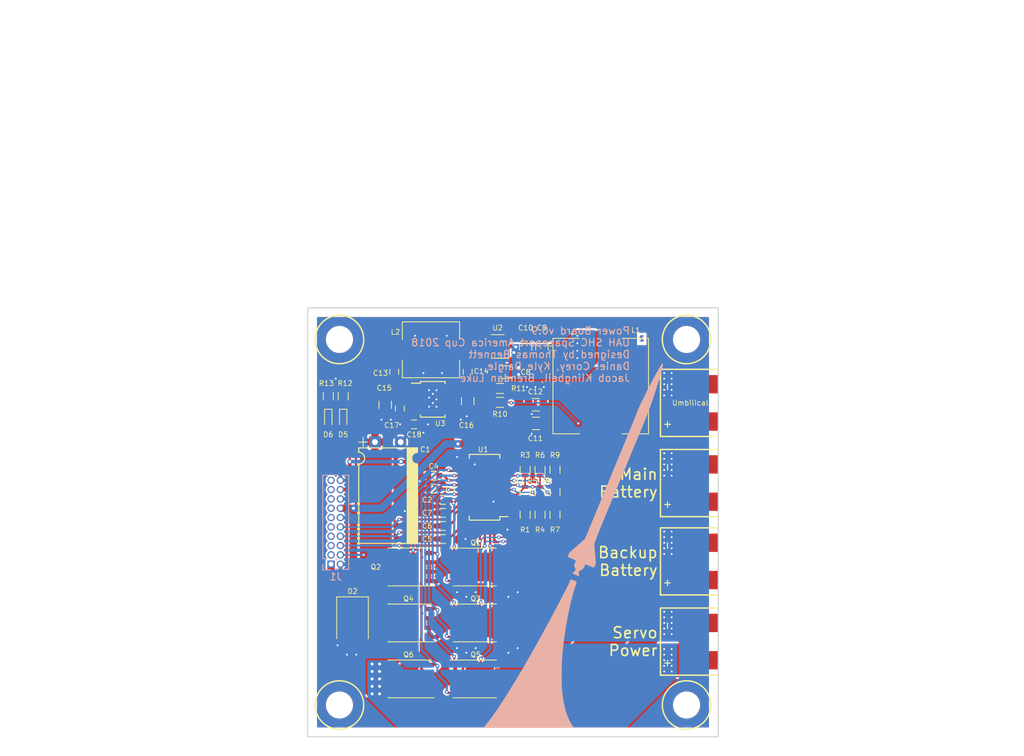
<source format=kicad_pcb>
(kicad_pcb (version 20171130) (host pcbnew "(5.0.0-3-g5ebb6b6)")
  (layers (0 F.Cu mixed) (31 B.Cu mixed) (34 B.Paste user) (35 F.Paste user) (36 B.SilkS user) (37 F.SilkS user) (38 B.Mask user) (39 F.Mask user) (44 Edge.Cuts user))
  (net 0 "")
  (net 1 +3V3)
  (net 2 GND)
  (net 3 "Net-(C2-Pad1)")
  (net 4 "Net-(C3-Pad1)")
  (net 5 "Net-(C4-Pad1)")
  (net 6 /UMB_VCC)
  (net 7 /BAT_VCC)
  (net 8 /BAT_BAK_VCC)
  (net 9 "Net-(C8-Pad1)")
  (net 10 "Net-(C8-Pad2)")
  (net 11 "Net-(C13-Pad1)")
  (net 12 "Net-(C13-Pad2)")
  (net 13 "Net-(C18-Pad1)")
  (net 14 +12V)
  (net 15 "Net-(Q1-Pad2)")
  (net 16 "Net-(Q3-Pad2)")
  (net 17 "Net-(Q5-Pad2)")
  (net 18 "Net-(R1-Pad1)")
  (net 19 "Net-(R2-Pad2)")
  (net 20 "Net-(R4-Pad1)")
  (net 21 "Net-(R5-Pad2)")
  (net 22 "Net-(R7-Pad1)")
  (net 23 "Net-(R8-Pad2)")
  (net 24 "Net-(R10-Pad2)")
  (net 25 /VCC_IN)
  (net 26 "Net-(C14-Pad2)")
  (net 27 "Net-(C14-Pad1)")
  (net 28 "Net-(D5-Pad1)")
  (net 29 "Net-(D6-Pad1)")
  (module Pin_Headers:Pin_Header_Straight_2x10_Pitch1.27mm (layer B.Cu) (at 199.009 117.983)
    (fp_text reference J1 (at 0.635 1.695) (layer B.SilkS) (effects (justify mirror)))
    (fp_text value Conn_02x10_Odd_Even)
    (pad 20 thru_hole oval (at 1.27 -11.43) (size 1 1) (drill 0.65) (layers *.Cu *.Mask) (net 2 GND))
    (pad 19 thru_hole oval (at 0 -11.43) (size 1 1) (drill 0.65) (layers *.Cu *.Mask))
    (pad 18 thru_hole oval (at 1.27 -10.16) (size 1 1) (drill 0.65) (layers *.Cu *.Mask) (net 14 +12V))
    (pad 17 thru_hole oval (at 0 -10.16) (size 1 1) (drill 0.65) (layers *.Cu *.Mask))
    (pad 16 thru_hole oval (at 1.27 -8.89) (size 1 1) (drill 0.65) (layers *.Cu *.Mask) (net 2 GND))
    (pad 15 thru_hole oval (at 0 -8.89) (size 1 1) (drill 0.65) (layers *.Cu *.Mask))
    (pad 14 thru_hole oval (at 1.27 -7.62) (size 1 1) (drill 0.65) (layers *.Cu *.Mask) (net 1 +3V3))
    (pad 13 thru_hole oval (at 0 -7.62) (size 1 1) (drill 0.65) (layers *.Cu *.Mask))
    (pad 12 thru_hole oval (at 1.27 -6.35) (size 1 1) (drill 0.65) (layers *.Cu *.Mask) (net 2 GND))
    (pad 11 thru_hole oval (at 0 -6.35) (size 1 1) (drill 0.65) (layers *.Cu *.Mask))
    (pad 10 thru_hole oval (at 1.27 -5.08) (size 1 1) (drill 0.65) (layers *.Cu *.Mask) (net 8 /BAT_BAK_VCC))
    (pad 9 thru_hole oval (at 0 -5.08) (size 1 1) (drill 0.65) (layers *.Cu *.Mask))
    (pad 8 thru_hole oval (at 1.27 -3.81) (size 1 1) (drill 0.65) (layers *.Cu *.Mask) (net 7 /BAT_VCC))
    (pad 7 thru_hole oval (at 0 -3.81) (size 1 1) (drill 0.65) (layers *.Cu *.Mask))
    (pad 6 thru_hole oval (at 1.27 -2.54) (size 1 1) (drill 0.65) (layers *.Cu *.Mask) (net 6 /UMB_VCC))
    (pad 5 thru_hole oval (at 0 -2.54) (size 1 1) (drill 0.65) (layers *.Cu *.Mask))
    (pad 4 thru_hole oval (at 1.27 -1.27) (size 1 1) (drill 0.65) (layers *.Cu *.Mask) (net 25 /VCC_IN))
    (pad 3 thru_hole oval (at 0 -1.27) (size 1 1) (drill 0.65) (layers *.Cu *.Mask))
    (pad 2 thru_hole oval (at 1.27 0) (size 1 1) (drill 0.65) (layers *.Cu *.Mask) (net 2 GND))
    (pad 1 thru_hole rect (at 0 0) (size 1 1) (drill 0.65) (layers *.Cu *.Mask) (net 1 +3V3))
  )
  (module "Custom Footprints:High_Current_Wires" (layer F.Cu) (at 251.714 128.524 90)
    (fp_text reference J2 hide)
    (fp_text value Conn_01x02)
    (fp_text user - (at 2.159 -6.985 90) (layer F.SilkS))
    (fp_text user + (at -2.921 -6.985 90) (layer F.SilkS))
    (pad 2 connect rect (at 2.54 -2.54 90) (size 2.5 5) (layers F.Cu F.Mask) (net 2 GND))
    (pad 1 connect rect (at -2.54 -2.54 90) (size 2.5 5) (layers F.Cu F.Mask) (net 25 /VCC_IN))
  )
  (module "Custom Footprints:High_Current_Wires" (layer F.Cu) (at 251.714 117.602 90)
    (fp_text reference J3 hide)
    (fp_text value Conn_01x02)
    (fp_text user + (at -2.921 -6.985 90) (layer F.SilkS))
    (fp_text user - (at 2.159 -6.985 90) (layer F.SilkS))
    (pad 1 connect rect (at -2.54 -2.54 90) (size 2.5 5) (layers F.Cu F.Mask) (net 8 /BAT_BAK_VCC))
    (pad 2 connect rect (at 2.54 -2.54 90) (size 2.5 5) (layers F.Cu F.Mask) (net 2 GND))
  )
  (module "Custom Footprints:High_Current_Wires" (layer F.Cu) (at 251.714 106.934 90)
    (fp_text reference J4 hide)
    (fp_text value Conn_01x02)
    (fp_text user - (at 2.159 -6.985 90) (layer F.SilkS))
    (fp_text user + (at -2.921 -6.985 90) (layer F.SilkS))
    (pad 2 connect rect (at 2.54 -2.54 90) (size 2.5 5) (layers F.Cu F.Mask) (net 2 GND))
    (pad 1 connect rect (at -2.54 -2.54 90) (size 2.5 5) (layers F.Cu F.Mask) (net 7 /BAT_VCC))
  )
  (module "Custom Footprints:High_Current_Wires" (layer F.Cu) (at 251.714 96.012 90)
    (fp_text reference J5 hide)
    (fp_text value Conn_01x02)
    (fp_text user - (at 2.159 -6.985 90) (layer F.SilkS))
    (fp_text user + (at -2.921 -6.985 90) (layer F.SilkS))
    (pad 2 connect rect (at 2.54 -2.54 90) (size 2.5 5) (layers F.Cu F.Mask) (net 2 GND))
    (pad 1 connect rect (at -2.54 -2.54 90) (size 2.5 5) (layers F.Cu F.Mask) (net 6 /UMB_VCC))
  )
  (module Resistors_SMD:R_0603 (layer F.Cu) (at 225.425 111.252 270)
    (fp_text reference R1 (at 2.032 0) (layer F.SilkS) (effects (font (size 0.7 0.7) (thickness 0.1))))
    (fp_text value "82.5 kΩ")
    (pad 1 smd rect (at -0.75 0 270) (size 0.5 0.9) (layers F.Cu F.Paste F.Mask) (net 18 "Net-(R1-Pad1)"))
    (pad 2 smd rect (at 0.75 0 270) (size 0.5 0.9) (layers F.Cu F.Paste F.Mask) (net 6 /UMB_VCC))
  )
  (module Resistors_SMD:R_0603 (layer F.Cu) (at 225.425 108.204 90)
    (fp_text reference R2 (at 1.524 -0.889 180) (layer F.SilkS) (effects (font (size 0.7 0.7) (thickness 0.1))))
    (fp_text value "5.49 kΩ")
    (pad 1 smd rect (at -0.75 0 90) (size 0.5 0.9) (layers F.Cu F.Paste F.Mask) (net 18 "Net-(R1-Pad1)"))
    (pad 2 smd rect (at 0.75 0 90) (size 0.5 0.9) (layers F.Cu F.Paste F.Mask) (net 19 "Net-(R2-Pad2)"))
  )
  (module Resistors_SMD:R_0603 (layer F.Cu) (at 225.425 105.134 270)
    (fp_text reference R3 (at -2.01 0) (layer F.SilkS) (effects (font (size 0.7 0.7) (thickness 0.1))))
    (fp_text value "11 kΩ")
    (pad 1 smd rect (at -0.75 0 270) (size 0.5 0.9) (layers F.Cu F.Paste F.Mask) (net 2 GND))
    (pad 2 smd rect (at 0.75 0 270) (size 0.5 0.9) (layers F.Cu F.Paste F.Mask) (net 19 "Net-(R2-Pad2)"))
  )
  (module Resistors_SMD:R_0603 (layer F.Cu) (at 227.457 111.252 270)
    (fp_text reference R4 (at 2.032 0) (layer F.SilkS) (effects (font (size 0.7 0.7) (thickness 0.1))))
    (fp_text value "82.5 kΩ")
    (pad 1 smd rect (at -0.75 0 270) (size 0.5 0.9) (layers F.Cu F.Paste F.Mask) (net 20 "Net-(R4-Pad1)"))
    (pad 2 smd rect (at 0.75 0 270) (size 0.5 0.9) (layers F.Cu F.Paste F.Mask) (net 7 /BAT_VCC))
  )
  (module Resistors_SMD:R_0603 (layer F.Cu) (at 227.457 108.204 90)
    (fp_text reference R5 (at 1.524 -1.016 180) (layer F.SilkS) (effects (font (size 0.7 0.7) (thickness 0.1))))
    (fp_text value "5.49 kΩ")
    (pad 1 smd rect (at -0.75 0 90) (size 0.5 0.9) (layers F.Cu F.Paste F.Mask) (net 20 "Net-(R4-Pad1)"))
    (pad 2 smd rect (at 0.75 0 90) (size 0.5 0.9) (layers F.Cu F.Paste F.Mask) (net 21 "Net-(R5-Pad2)"))
  )
  (module Resistors_SMD:R_0603 (layer F.Cu) (at 227.457 105.156 270)
    (fp_text reference R6 (at -2.032 0) (layer F.SilkS) (effects (font (size 0.7 0.7) (thickness 0.1))))
    (fp_text value "11 kΩ")
    (pad 1 smd rect (at -0.75 0 270) (size 0.5 0.9) (layers F.Cu F.Paste F.Mask) (net 2 GND))
    (pad 2 smd rect (at 0.75 0 270) (size 0.5 0.9) (layers F.Cu F.Paste F.Mask) (net 21 "Net-(R5-Pad2)"))
  )
  (module Resistors_SMD:R_0603 (layer F.Cu) (at 229.489 111.252 270)
    (fp_text reference R7 (at 2.032 0) (layer F.SilkS) (effects (font (size 0.7 0.7) (thickness 0.1))))
    (fp_text value "82.5 kΩ")
    (pad 1 smd rect (at -0.75 0 270) (size 0.5 0.9) (layers F.Cu F.Paste F.Mask) (net 22 "Net-(R7-Pad1)"))
    (pad 2 smd rect (at 0.75 0 270) (size 0.5 0.9) (layers F.Cu F.Paste F.Mask) (net 8 /BAT_BAK_VCC))
  )
  (module Resistors_SMD:R_0603 (layer F.Cu) (at 229.489 108.204 90)
    (fp_text reference R8 (at 1.524 -1.016 180) (layer F.SilkS) (effects (font (size 0.7 0.7) (thickness 0.1))))
    (fp_text value "5.49 kΩ")
    (pad 1 smd rect (at -0.75 0 90) (size 0.5 0.9) (layers F.Cu F.Paste F.Mask) (net 22 "Net-(R7-Pad1)"))
    (pad 2 smd rect (at 0.75 0 90) (size 0.5 0.9) (layers F.Cu F.Paste F.Mask) (net 23 "Net-(R8-Pad2)"))
  )
  (module Resistors_SMD:R_0603 (layer F.Cu) (at 229.489 105.104 270)
    (fp_text reference R9 (at -1.98 0) (layer F.SilkS) (effects (font (size 0.7 0.7) (thickness 0.1))))
    (fp_text value "11 kΩ")
    (pad 1 smd rect (at -0.75 0 270) (size 0.5 0.9) (layers F.Cu F.Paste F.Mask) (net 2 GND))
    (pad 2 smd rect (at 0.75 0 270) (size 0.5 0.9) (layers F.Cu F.Paste F.Mask) (net 23 "Net-(R8-Pad2)"))
  )
  (module Resistors_SMD:R_0603 (layer F.Cu) (at 221.996 95.9485 180)
    (fp_text reference R10 (at 0 -1.5875 180) (layer F.SilkS) (effects (font (size 0.7 0.7) (thickness 0.1))))
    (fp_text value "100 kΩ")
    (pad 1 smd rect (at -0.75 0 180) (size 0.5 0.9) (layers F.Cu F.Paste F.Mask) (net 1 +3V3))
    (pad 2 smd rect (at 0.75 0 180) (size 0.5 0.9) (layers F.Cu F.Paste F.Mask) (net 24 "Net-(R10-Pad2)"))
  )
  (module Resistors_SMD:R_0603 (layer F.Cu) (at 221.996 94.0435)
    (fp_text reference R11 (at 2.54 0) (layer F.SilkS) (effects (font (size 0.7 0.7) (thickness 0.1))))
    (fp_text value "22 kΩ")
    (pad 1 smd rect (at -0.75 0) (size 0.5 0.9) (layers F.Cu F.Paste F.Mask) (net 24 "Net-(R10-Pad2)"))
    (pad 2 smd rect (at 0.75 0) (size 0.5 0.9) (layers F.Cu F.Paste F.Mask) (net 2 GND))
  )
  (module Resistors_SMD:R_0603 (layer F.Cu) (at 198.628 95.123 90)
    (fp_text reference R13 (at 1.778 -0.254) (layer F.SilkS) (effects (font (size 0.7 0.7) (thickness 0.1))))
    (fp_text value "470 Ω")
    (pad 2 smd rect (at 0.75 0 90) (size 0.5 0.9) (layers F.Cu F.Paste F.Mask) (net 2 GND))
    (pad 1 smd rect (at -0.75 0 90) (size 0.5 0.9) (layers F.Cu F.Paste F.Mask) (net 29 "Net-(D6-Pad1)"))
  )
  (module LEDs:LED_0603 (layer F.Cu) (at 198.628 98.171 270)
    (fp_text reference D6 (at 2.159 0) (layer F.SilkS) (effects (font (size 0.7 0.7) (thickness 0.1))))
    (fp_text value LED_R)
    (pad 1 smd rect (at -0.8 0 90) (size 0.8 0.8) (layers F.Cu F.Paste F.Mask) (net 29 "Net-(D6-Pad1)"))
    (pad 2 smd rect (at 0.8 0 90) (size 0.8 0.8) (layers F.Cu F.Paste F.Mask) (net 14 +12V))
  )
  (module "Custom Footprints:PowerPAK_SO-8" (layer F.Cu) (at 218.567 118.364)
    (fp_text reference Q1 (at 0.127 -3.302 -180) (layer F.SilkS) (effects (font (size 0.7 0.7) (thickness 0.1))))
    (fp_text value SI7135DP)
    (pad 1 smd rect (at 0.69 0) (size 3.81 3.91) (layers F.Cu F.Paste F.Mask) (net 6 /UMB_VCC))
    (pad 1 smd rect (at 2.795 -1.905) (size 1.02 0.61) (layers F.Cu F.Paste F.Mask) (net 6 /UMB_VCC))
    (pad 1 smd rect (at 2.795 -0.635) (size 1.02 0.61) (layers F.Cu F.Paste F.Mask) (net 6 /UMB_VCC))
    (pad 1 smd rect (at 2.795 0.635) (size 1.02 0.61) (layers F.Cu F.Paste F.Mask) (net 6 /UMB_VCC))
    (pad 1 smd rect (at 2.795 1.905) (size 1.02 0.61) (layers F.Cu F.Paste F.Mask) (net 6 /UMB_VCC))
    (pad 2 smd rect (at -2.67 1.905) (size 1.27 0.61) (layers F.Cu F.Paste F.Mask) (net 15 "Net-(Q1-Pad2)"))
    (pad 3 smd rect (at -2.67 0.635) (size 1.27 0.61) (layers F.Cu F.Paste F.Mask) (net 3 "Net-(C2-Pad1)"))
    (pad 3 smd rect (at -2.67 -0.635) (size 1.27 0.61) (layers F.Cu F.Paste F.Mask) (net 3 "Net-(C2-Pad1)"))
    (pad 3 smd rect (at -2.67 -1.905) (size 1.27 0.61) (layers F.Cu F.Paste F.Mask) (net 3 "Net-(C2-Pad1)"))
  )
  (module "Custom Footprints:PowerPAK_SO-8" (layer F.Cu) (at 209.677 118.364 180)
    (fp_text reference Q2 (at 4.572 0) (layer F.SilkS) (effects (font (size 0.7 0.7) (thickness 0.1))))
    (fp_text value SI7135DP)
    (pad 1 smd rect (at 0.69 0 180) (size 3.81 3.91) (layers F.Cu F.Paste F.Mask) (net 25 /VCC_IN))
    (pad 1 smd rect (at 2.795 -1.905 180) (size 1.02 0.61) (layers F.Cu F.Paste F.Mask) (net 25 /VCC_IN))
    (pad 1 smd rect (at 2.795 -0.635 180) (size 1.02 0.61) (layers F.Cu F.Paste F.Mask) (net 25 /VCC_IN))
    (pad 1 smd rect (at 2.795 0.635 180) (size 1.02 0.61) (layers F.Cu F.Paste F.Mask) (net 25 /VCC_IN))
    (pad 1 smd rect (at 2.795 1.905 180) (size 1.02 0.61) (layers F.Cu F.Paste F.Mask) (net 25 /VCC_IN))
    (pad 2 smd rect (at -2.67 1.905 180) (size 1.27 0.61) (layers F.Cu F.Paste F.Mask) (net 15 "Net-(Q1-Pad2)"))
    (pad 3 smd rect (at -2.67 0.635 180) (size 1.27 0.61) (layers F.Cu F.Paste F.Mask) (net 3 "Net-(C2-Pad1)"))
    (pad 3 smd rect (at -2.67 -0.635 180) (size 1.27 0.61) (layers F.Cu F.Paste F.Mask) (net 3 "Net-(C2-Pad1)"))
    (pad 3 smd rect (at -2.67 -1.905 180) (size 1.27 0.61) (layers F.Cu F.Paste F.Mask) (net 3 "Net-(C2-Pad1)"))
  )
  (module "Custom Footprints:PowerPAK_SO-8" (layer F.Cu) (at 218.567 125.984)
    (fp_text reference Q3 (at 0.127 -3.302 -180) (layer F.SilkS) (effects (font (size 0.7 0.7) (thickness 0.1))))
    (fp_text value SI7135DP)
    (pad 1 smd rect (at 0.69 0) (size 3.81 3.91) (layers F.Cu F.Paste F.Mask) (net 7 /BAT_VCC))
    (pad 1 smd rect (at 2.795 -1.905) (size 1.02 0.61) (layers F.Cu F.Paste F.Mask) (net 7 /BAT_VCC))
    (pad 1 smd rect (at 2.795 -0.635) (size 1.02 0.61) (layers F.Cu F.Paste F.Mask) (net 7 /BAT_VCC))
    (pad 1 smd rect (at 2.795 0.635) (size 1.02 0.61) (layers F.Cu F.Paste F.Mask) (net 7 /BAT_VCC))
    (pad 1 smd rect (at 2.795 1.905) (size 1.02 0.61) (layers F.Cu F.Paste F.Mask) (net 7 /BAT_VCC))
    (pad 2 smd rect (at -2.67 1.905) (size 1.27 0.61) (layers F.Cu F.Paste F.Mask) (net 16 "Net-(Q3-Pad2)"))
    (pad 3 smd rect (at -2.67 0.635) (size 1.27 0.61) (layers F.Cu F.Paste F.Mask) (net 4 "Net-(C3-Pad1)"))
    (pad 3 smd rect (at -2.67 -0.635) (size 1.27 0.61) (layers F.Cu F.Paste F.Mask) (net 4 "Net-(C3-Pad1)"))
    (pad 3 smd rect (at -2.67 -1.905) (size 1.27 0.61) (layers F.Cu F.Paste F.Mask) (net 4 "Net-(C3-Pad1)"))
  )
  (module "Custom Footprints:PowerPAK_SO-8" (layer F.Cu) (at 209.677 125.984 180)
    (fp_text reference Q4 (at 0.127 3.302) (layer F.SilkS) (effects (font (size 0.7 0.7) (thickness 0.1))))
    (fp_text value SI7135DP)
    (pad 1 smd rect (at 0.69 0 180) (size 3.81 3.91) (layers F.Cu F.Paste F.Mask) (net 25 /VCC_IN))
    (pad 1 smd rect (at 2.795 -1.905 180) (size 1.02 0.61) (layers F.Cu F.Paste F.Mask) (net 25 /VCC_IN))
    (pad 1 smd rect (at 2.795 -0.635 180) (size 1.02 0.61) (layers F.Cu F.Paste F.Mask) (net 25 /VCC_IN))
    (pad 1 smd rect (at 2.795 0.635 180) (size 1.02 0.61) (layers F.Cu F.Paste F.Mask) (net 25 /VCC_IN))
    (pad 1 smd rect (at 2.795 1.905 180) (size 1.02 0.61) (layers F.Cu F.Paste F.Mask) (net 25 /VCC_IN))
    (pad 2 smd rect (at -2.67 1.905 180) (size 1.27 0.61) (layers F.Cu F.Paste F.Mask) (net 16 "Net-(Q3-Pad2)"))
    (pad 3 smd rect (at -2.67 0.635 180) (size 1.27 0.61) (layers F.Cu F.Paste F.Mask) (net 4 "Net-(C3-Pad1)"))
    (pad 3 smd rect (at -2.67 -0.635 180) (size 1.27 0.61) (layers F.Cu F.Paste F.Mask) (net 4 "Net-(C3-Pad1)"))
    (pad 3 smd rect (at -2.67 -1.905 180) (size 1.27 0.61) (layers F.Cu F.Paste F.Mask) (net 4 "Net-(C3-Pad1)"))
  )
  (module "Custom Footprints:PowerPAK_SO-8" (layer F.Cu) (at 218.567 133.604)
    (fp_text reference Q5 (at 0.127 -3.302 -180) (layer F.SilkS) (effects (font (size 0.7 0.7) (thickness 0.1))))
    (fp_text value SI7135DP)
    (pad 1 smd rect (at 0.69 0) (size 3.81 3.91) (layers F.Cu F.Paste F.Mask) (net 8 /BAT_BAK_VCC))
    (pad 1 smd rect (at 2.795 -1.905) (size 1.02 0.61) (layers F.Cu F.Paste F.Mask) (net 8 /BAT_BAK_VCC))
    (pad 1 smd rect (at 2.795 -0.635) (size 1.02 0.61) (layers F.Cu F.Paste F.Mask) (net 8 /BAT_BAK_VCC))
    (pad 1 smd rect (at 2.795 0.635) (size 1.02 0.61) (layers F.Cu F.Paste F.Mask) (net 8 /BAT_BAK_VCC))
    (pad 1 smd rect (at 2.795 1.905) (size 1.02 0.61) (layers F.Cu F.Paste F.Mask) (net 8 /BAT_BAK_VCC))
    (pad 2 smd rect (at -2.67 1.905) (size 1.27 0.61) (layers F.Cu F.Paste F.Mask) (net 17 "Net-(Q5-Pad2)"))
    (pad 3 smd rect (at -2.67 0.635) (size 1.27 0.61) (layers F.Cu F.Paste F.Mask) (net 5 "Net-(C4-Pad1)"))
    (pad 3 smd rect (at -2.67 -0.635) (size 1.27 0.61) (layers F.Cu F.Paste F.Mask) (net 5 "Net-(C4-Pad1)"))
    (pad 3 smd rect (at -2.67 -1.905) (size 1.27 0.61) (layers F.Cu F.Paste F.Mask) (net 5 "Net-(C4-Pad1)"))
  )
  (module "Custom Footprints:PowerPAK_SO-8" (layer F.Cu) (at 209.677 133.604 180)
    (fp_text reference Q6 (at 0.127 3.302) (layer F.SilkS) (effects (font (size 0.7 0.7) (thickness 0.1))))
    (fp_text value SI7135DP)
    (pad 1 smd rect (at 0.69 0 180) (size 3.81 3.91) (layers F.Cu F.Paste F.Mask) (net 25 /VCC_IN))
    (pad 1 smd rect (at 2.795 -1.905 180) (size 1.02 0.61) (layers F.Cu F.Paste F.Mask) (net 25 /VCC_IN))
    (pad 1 smd rect (at 2.795 -0.635 180) (size 1.02 0.61) (layers F.Cu F.Paste F.Mask) (net 25 /VCC_IN))
    (pad 1 smd rect (at 2.795 0.635 180) (size 1.02 0.61) (layers F.Cu F.Paste F.Mask) (net 25 /VCC_IN))
    (pad 1 smd rect (at 2.795 1.905 180) (size 1.02 0.61) (layers F.Cu F.Paste F.Mask) (net 25 /VCC_IN))
    (pad 2 smd rect (at -2.67 1.905 180) (size 1.27 0.61) (layers F.Cu F.Paste F.Mask) (net 17 "Net-(Q5-Pad2)"))
    (pad 3 smd rect (at -2.67 0.635 180) (size 1.27 0.61) (layers F.Cu F.Paste F.Mask) (net 5 "Net-(C4-Pad1)"))
    (pad 3 smd rect (at -2.67 -0.635 180) (size 1.27 0.61) (layers F.Cu F.Paste F.Mask) (net 5 "Net-(C4-Pad1)"))
    (pad 3 smd rect (at -2.67 -1.905 180) (size 1.27 0.61) (layers F.Cu F.Paste F.Mask) (net 5 "Net-(C4-Pad1)"))
  )
  (module Capacitors_SMD:C_0603 (layer F.Cu) (at 214.249 109.22 180)
    (fp_text reference C2 (at 2.159 0) (layer F.SilkS) (effects (font (size 0.7 0.7) (thickness 0.1))))
    (fp_text value "0.1 uF")
    (pad 2 smd rect (at 0.75 0 180) (size 0.8 0.75) (layers F.Cu F.Paste F.Mask) (net 2 GND))
    (pad 1 smd rect (at -0.75 0 180) (size 0.8 0.75) (layers F.Cu F.Paste F.Mask) (net 3 "Net-(C2-Pad1)"))
  )
  (module Capacitors_SMD:C_0603 (layer F.Cu) (at 212.979 107.696 180)
    (fp_text reference C3 (at -2.286 -0.127) (layer F.SilkS) (effects (font (size 0.7 0.7) (thickness 0.1))))
    (fp_text value "0.1 uF")
    (pad 2 smd rect (at 0.75 0 180) (size 0.8 0.75) (layers F.Cu F.Paste F.Mask) (net 2 GND))
    (pad 1 smd rect (at -0.75 0 180) (size 0.8 0.75) (layers F.Cu F.Paste F.Mask) (net 4 "Net-(C3-Pad1)"))
  )
  (module Capacitors_SMD:C_0603 (layer F.Cu) (at 212.979 105.918 180)
    (fp_text reference C4 (at 0 1.27) (layer F.SilkS) (effects (font (size 0.7 0.7) (thickness 0.1))))
    (fp_text value "0.1 uF")
    (pad 2 smd rect (at 0.75 0 180) (size 0.8 0.75) (layers F.Cu F.Paste F.Mask) (net 2 GND))
    (pad 1 smd rect (at -0.75 0 180) (size 0.8 0.75) (layers F.Cu F.Paste F.Mask) (net 5 "Net-(C4-Pad1)"))
  )
  (module Capacitors_SMD:C_0603 (layer F.Cu) (at 214.249 114.554)
    (fp_text reference C5 (at -2.159 0 -180) (layer F.SilkS) (effects (font (size 0.7 0.7) (thickness 0.1))))
    (fp_text value "0.1 uF")
    (pad 2 smd rect (at 0.75 0) (size 0.8 0.75) (layers F.Cu F.Paste F.Mask) (net 6 /UMB_VCC))
    (pad 1 smd rect (at -0.75 0) (size 0.8 0.75) (layers F.Cu F.Paste F.Mask) (net 2 GND))
  )
  (module Capacitors_SMD:C_0603 (layer F.Cu) (at 214.249 112.776)
    (fp_text reference C6 (at -2.159 0 -180) (layer F.SilkS) (effects (font (size 0.7 0.7) (thickness 0.1))))
    (fp_text value "0.1 uF")
    (pad 2 smd rect (at 0.75 0) (size 0.8 0.75) (layers F.Cu F.Paste F.Mask) (net 7 /BAT_VCC))
    (pad 1 smd rect (at -0.75 0) (size 0.8 0.75) (layers F.Cu F.Paste F.Mask) (net 2 GND))
  )
  (module Capacitors_SMD:C_0603 (layer F.Cu) (at 214.249 110.998)
    (fp_text reference C7 (at -2.159 0 -180) (layer F.SilkS) (effects (font (size 0.7 0.7) (thickness 0.1))))
    (fp_text value "0.1 uF")
    (pad 2 smd rect (at 0.75 0) (size 0.8 0.75) (layers F.Cu F.Paste F.Mask) (net 8 /BAT_BAK_VCC))
    (pad 1 smd rect (at -0.75 0) (size 0.8 0.75) (layers F.Cu F.Paste F.Mask) (net 2 GND))
  )
  (module Capacitors_SMD:C_0805 (layer F.Cu) (at 222.631 91.821)
    (fp_text reference C8 (at 2.8575 0) (layer F.SilkS) (effects (font (size 0.7 0.7) (thickness 0.1))))
    (fp_text value "0.1 uF")
    (pad 1 smd rect (at -1 0) (size 1 1.25) (layers F.Cu F.Paste F.Mask) (net 9 "Net-(C8-Pad1)"))
    (pad 2 smd rect (at 1 0) (size 1 1.25) (layers F.Cu F.Paste F.Mask) (net 10 "Net-(C8-Pad2)"))
  )
  (module Capacitors_SMD:C_0805 (layer F.Cu) (at 227.711 88.3285 270)
    (fp_text reference C9 (at -2.54 0) (layer F.SilkS) (effects (font (size 0.7 0.7) (thickness 0.1))))
    (fp_text value "15 uF")
    (pad 1 smd rect (at -1 0 270) (size 1 1.25) (layers F.Cu F.Paste F.Mask) (net 25 /VCC_IN))
    (pad 2 smd rect (at 1 0 270) (size 1 1.25) (layers F.Cu F.Paste F.Mask) (net 2 GND))
  )
  (module Capacitors_SMD:C_0805 (layer F.Cu) (at 225.4885 88.3285 270)
    (fp_text reference C10 (at -2.54 0) (layer F.SilkS) (effects (font (size 0.7 0.7) (thickness 0.1))))
    (fp_text value "15 uF")
    (pad 1 smd rect (at -1 0 270) (size 1 1.25) (layers F.Cu F.Paste F.Mask) (net 25 /VCC_IN))
    (pad 2 smd rect (at 1 0 270) (size 1 1.25) (layers F.Cu F.Paste F.Mask) (net 2 GND))
  )
  (module Capacitors_SMD:C_0805 (layer F.Cu) (at 226.8855 98.806 180)
    (fp_text reference C11 (at 0.0635 -2.032 180) (layer F.SilkS) (effects (font (size 0.7 0.7) (thickness 0.1))))
    (fp_text value "22 uF")
    (pad 1 smd rect (at -1 0 180) (size 1 1.25) (layers F.Cu F.Paste F.Mask) (net 1 +3V3))
    (pad 2 smd rect (at 1 0 180) (size 1 1.25) (layers F.Cu F.Paste F.Mask) (net 2 GND))
  )
  (module Capacitors_SMD:C_0805 (layer F.Cu) (at 226.8855 96.266 180)
    (fp_text reference C12 (at 0.0635 1.778 180) (layer F.SilkS) (effects (font (size 0.7 0.7) (thickness 0.1))))
    (fp_text value "22 uF")
    (pad 1 smd rect (at -1 0 180) (size 1 1.25) (layers F.Cu F.Paste F.Mask) (net 1 +3V3))
    (pad 2 smd rect (at 1 0 180) (size 1 1.25) (layers F.Cu F.Paste F.Mask) (net 2 GND))
  )
  (module Capacitors_SMD:C_0805 (layer F.Cu) (at 217.607 95.778 270)
    (fp_text reference C16 (at 3.282 0.183) (layer F.SilkS) (effects (font (size 0.7 0.7) (thickness 0.1))))
    (fp_text value "22 uF")
    (pad 1 smd rect (at -1 0 270) (size 1 1.25) (layers F.Cu F.Paste F.Mask) (net 14 +12V))
    (pad 2 smd rect (at 1 0 270) (size 1 1.25) (layers F.Cu F.Paste F.Mask) (net 2 GND))
  )
  (module Diodes_SMD:D_SMB (layer F.Cu) (at 201.93 125.984 270)
    (fp_text reference D2 (at -4.318 0) (layer F.SilkS) (effects (font (size 0.7 0.7) (thickness 0.1))))
    (fp_text value SMBJ26A)
    (pad 1 smd rect (at -2.15 0 270) (size 2.5 2.3) (layers F.Cu F.Paste F.Mask) (net 25 /VCC_IN))
    (pad 2 smd rect (at 2.15 0 270) (size 2.5 2.3) (layers F.Cu F.Paste F.Mask) (net 2 GND))
  )
  (module Inductors_SMD:L_Wuerth_HCI-1365 (layer F.Cu) (at 235.712 93.726 270)
    (fp_text reference L1 (at -7.62 -4.7625) (layer F.SilkS) (effects (font (size 0.7 0.7) (thickness 0.1))))
    (fp_text value "18 uH")
    (pad 1 smd rect (at -5.25 0 270) (size 4.5 5) (layers F.Cu F.Paste F.Mask) (net 10 "Net-(C8-Pad2)"))
    (pad 2 smd rect (at 5.25 0 270) (size 4.5 5) (layers F.Cu F.Paste F.Mask) (net 1 +3V3))
  )
  (module Housings_SSOP:SSOP-24_3.9x8.7mm_Pitch0.635mm (layer F.Cu) (at 219.897 107.5055 180)
    (fp_text reference U1 (at 0.187 5.1435) (layer F.SilkS) (effects (font (size 0.7 0.7) (thickness 0.1))))
    (fp_text value LTC4417CGN)
    (pad 1 smd rect (at -2.6 -3.4925 180) (size 1.2 0.4) (layers F.Cu F.Paste F.Mask))
    (pad 2 smd rect (at -2.6 -2.8575 180) (size 1.2 0.4) (layers F.Cu F.Paste F.Mask))
    (pad 3 smd rect (at -2.6 -2.2225 180) (size 1.2 0.4) (layers F.Cu F.Paste F.Mask) (net 2 GND))
    (pad 4 smd rect (at -2.6 -1.5875 180) (size 1.2 0.4) (layers F.Cu F.Paste F.Mask) (net 18 "Net-(R1-Pad1)"))
    (pad 5 smd rect (at -2.6 -0.9525 180) (size 1.2 0.4) (layers F.Cu F.Paste F.Mask) (net 19 "Net-(R2-Pad2)"))
    (pad 6 smd rect (at -2.6 -0.3175 180) (size 1.2 0.4) (layers F.Cu F.Paste F.Mask) (net 20 "Net-(R4-Pad1)"))
    (pad 7 smd rect (at -2.6 0.3175 180) (size 1.2 0.4) (layers F.Cu F.Paste F.Mask) (net 21 "Net-(R5-Pad2)"))
    (pad 8 smd rect (at -2.6 0.9525 180) (size 1.2 0.4) (layers F.Cu F.Paste F.Mask) (net 22 "Net-(R7-Pad1)"))
    (pad 9 smd rect (at -2.6 1.5875 180) (size 1.2 0.4) (layers F.Cu F.Paste F.Mask) (net 23 "Net-(R8-Pad2)"))
    (pad 10 smd rect (at -2.6 2.2225 180) (size 1.2 0.4) (layers F.Cu F.Paste F.Mask))
    (pad 11 smd rect (at -2.6 2.8575 180) (size 1.2 0.4) (layers F.Cu F.Paste F.Mask))
    (pad 12 smd rect (at -2.6 3.4925 180) (size 1.2 0.4) (layers F.Cu F.Paste F.Mask))
    (pad 13 smd rect (at 2.6 3.4925 180) (size 1.2 0.4) (layers F.Cu F.Paste F.Mask) (net 2 GND))
    (pad 14 smd rect (at 2.6 2.8575 180) (size 1.2 0.4) (layers F.Cu F.Paste F.Mask))
    (pad 15 smd rect (at 2.6 2.2225 180) (size 1.2 0.4) (layers F.Cu F.Paste F.Mask) (net 25 /VCC_IN))
    (pad 16 smd rect (at 2.6 1.5875 180) (size 1.2 0.4) (layers F.Cu F.Paste F.Mask) (net 17 "Net-(Q5-Pad2)"))
    (pad 17 smd rect (at 2.6 0.9525 180) (size 1.2 0.4) (layers F.Cu F.Paste F.Mask) (net 5 "Net-(C4-Pad1)"))
    (pad 18 smd rect (at 2.6 0.3175 180) (size 1.2 0.4) (layers F.Cu F.Paste F.Mask) (net 16 "Net-(Q3-Pad2)"))
    (pad 19 smd rect (at 2.6 -0.3175 180) (size 1.2 0.4) (layers F.Cu F.Paste F.Mask) (net 4 "Net-(C3-Pad1)"))
    (pad 20 smd rect (at 2.6 -0.9525 180) (size 1.2 0.4) (layers F.Cu F.Paste F.Mask) (net 15 "Net-(Q1-Pad2)"))
    (pad 21 smd rect (at 2.6 -1.5875 180) (size 1.2 0.4) (layers F.Cu F.Paste F.Mask) (net 3 "Net-(C2-Pad1)"))
    (pad 22 smd rect (at 2.6 -2.2225 180) (size 1.2 0.4) (layers F.Cu F.Paste F.Mask) (net 8 /BAT_BAK_VCC))
    (pad 23 smd rect (at 2.6 -2.8575 180) (size 1.2 0.4) (layers F.Cu F.Paste F.Mask) (net 7 /BAT_VCC))
    (pad 24 smd rect (at 2.6 -3.4925 180) (size 1.2 0.4) (layers F.Cu F.Paste F.Mask) (net 6 /UMB_VCC))
  )
  (module TO_SOT_Packages_SMD:SOT-23-6 (layer F.Cu) (at 221.6785 88.3285 180)
    (fp_text reference U2 (at 0 2.54 180) (layer F.SilkS) (effects (font (size 0.7 0.7) (thickness 0.1))))
    (fp_text value TPS54308DDC)
    (pad 1 smd rect (at -1.1 -0.95 180) (size 1.06 0.65) (layers F.Cu F.Paste F.Mask) (net 2 GND))
    (pad 2 smd rect (at -1.1 0 180) (size 1.06 0.65) (layers F.Cu F.Paste F.Mask) (net 10 "Net-(C8-Pad2)"))
    (pad 3 smd rect (at -1.1 0.95 180) (size 1.06 0.65) (layers F.Cu F.Paste F.Mask) (net 25 /VCC_IN))
    (pad 4 smd rect (at 1.1 0.95 180) (size 1.06 0.65) (layers F.Cu F.Paste F.Mask) (net 24 "Net-(R10-Pad2)"))
    (pad 6 smd rect (at 1.1 -0.95 180) (size 1.06 0.65) (layers F.Cu F.Paste F.Mask) (net 9 "Net-(C8-Pad1)"))
    (pad 5 smd rect (at 1.1 0 180) (size 1.06 0.65) (layers F.Cu F.Paste F.Mask))
  )
  (module "Custom Footprints:CP_Radial_Horiz_D8.0mm_L13.00mm_P3.50mm" (layer F.Cu) (at 204.978 101.346)
    (fp_text reference C1 (at 6.858 1.016 -180) (layer F.SilkS) (effects (font (size 0.7 0.7) (thickness 0.1))))
    (fp_text value "470 uF")
    (pad 1 thru_hole rect (at 0 0) (size 1.6 1.6) (drill 0.8) (layers *.Cu *.Mask) (net 25 /VCC_IN))
    (pad 2 thru_hole circle (at 3.5 0) (size 1.6 1.6) (drill 0.8) (layers *.Cu *.Mask) (net 2 GND))
  )
  (module Capacitors_SMD:C_0603 (layer F.Cu) (at 207.607 91.778 270)
    (fp_text reference C13 (at 0.17 1.867) (layer F.SilkS) (effects (font (size 0.7 0.7) (thickness 0.1))))
    (fp_text value 22nF)
    (pad 2 smd rect (at 0.75 0 270) (size 0.8 0.75) (layers F.Cu F.Paste F.Mask) (net 12 "Net-(C13-Pad2)"))
    (pad 1 smd rect (at -0.75 0 270) (size 0.8 0.75) (layers F.Cu F.Paste F.Mask) (net 11 "Net-(C13-Pad1)"))
  )
  (module Capacitors_SMD:C_0603 (layer F.Cu) (at 217.607 91.778 270)
    (fp_text reference C14 (at -0.084 -1.849) (layer F.SilkS) (effects (font (size 0.7 0.7) (thickness 0.1))))
    (fp_text value 22nF)
    (pad 2 smd rect (at 0.75 0 270) (size 0.8 0.75) (layers F.Cu F.Paste F.Mask) (net 26 "Net-(C14-Pad2)"))
    (pad 1 smd rect (at -0.75 0 270) (size 0.8 0.75) (layers F.Cu F.Paste F.Mask) (net 27 "Net-(C14-Pad1)"))
  )
  (module Capacitors_SMD:C_0805 (layer F.Cu) (at 206.377 96.278 270)
    (fp_text reference C15 (at -2.298 0.129) (layer F.SilkS) (effects (font (size 0.7 0.7) (thickness 0.1))))
    (fp_text value "15 uF")
    (pad 1 smd rect (at -1 0 270) (size 1 1.25) (layers F.Cu F.Paste F.Mask) (net 25 /VCC_IN))
    (pad 2 smd rect (at 1 0 270) (size 1 1.25) (layers F.Cu F.Paste F.Mask) (net 2 GND))
  )
  (module Capacitors_SMD:C_0603 (layer F.Cu) (at 208.377 96.778 270)
    (fp_text reference C17 (at 2.282 1.113 180) (layer F.SilkS) (effects (font (size 0.7 0.7) (thickness 0.1))))
    (fp_text value "1 uF")
    (pad 2 smd rect (at 0.75 0 270) (size 0.8 0.75) (layers F.Cu F.Paste F.Mask) (net 2 GND))
    (pad 1 smd rect (at -0.75 0 270) (size 0.8 0.75) (layers F.Cu F.Paste F.Mask) (net 25 /VCC_IN))
  )
  (module Capacitors_SMD:C_0603 (layer F.Cu) (at 210.312 98.933)
    (fp_text reference C18 (at 0 1.397 180) (layer F.SilkS) (effects (font (size 0.7 0.7) (thickness 0.1))))
    (fp_text value "4.7 uF")
    (pad 2 smd rect (at 0.75 0) (size 0.8 0.75) (layers F.Cu F.Paste F.Mask) (net 2 GND))
    (pad 1 smd rect (at -0.75 0) (size 0.8 0.75) (layers F.Cu F.Paste F.Mask) (net 13 "Net-(C18-Pad1)"))
  )
  (module "Custom Footprints:L_Wuerth_7447779115" (layer F.Cu) (at 212.607 88.778)
    (fp_text reference L2 (at -4.835 -2.418 -180) (layer F.SilkS) (effects (font (size 0.7 0.7) (thickness 0.1))))
    (fp_text value "15 uH")
    (pad 1 smd rect (at -3.5 0) (size 3 2) (layers F.Cu F.Paste F.Mask) (net 12 "Net-(C13-Pad2)"))
    (pad 2 smd rect (at 3.5 0) (size 3 2) (layers F.Cu F.Paste F.Mask) (net 27 "Net-(C14-Pad1)"))
  )
  (module Housings_SSOP:MSOP-16-1EP_3x4mm_Pitch0.5mm (layer F.Cu) (at 212.857 95.528)
    (fp_text reference U3 (at 1.011 3.278 -180) (layer F.SilkS) (effects (font (size 0.7 0.7) (thickness 0.1))))
    (fp_text value LTC3130-1)
    (pad 1 smd rect (at -2.2 -1.75) (size 1.4 0.3) (layers F.Cu F.Paste F.Mask) (net 2 GND))
    (pad 2 smd rect (at -2.2 -1.25) (size 1.4 0.3) (layers F.Cu F.Paste F.Mask) (net 11 "Net-(C13-Pad1)"))
    (pad 3 smd rect (at -2.2 -0.75) (size 1.4 0.3) (layers F.Cu F.Paste F.Mask) (net 12 "Net-(C13-Pad2)"))
    (pad 4 smd rect (at -2.2 -0.25) (size 1.4 0.3) (layers F.Cu F.Paste F.Mask) (net 25 /VCC_IN))
    (pad 5 smd rect (at -2.2 0.25) (size 1.4 0.3) (layers F.Cu F.Paste F.Mask) (net 25 /VCC_IN))
    (pad 12 smd rect (at 2.2 0.25) (size 1.4 0.3) (layers F.Cu F.Paste F.Mask) (net 2 GND) (thermal_gap 0.13))
    (pad 13 smd rect (at 2.2 -0.25) (size 1.4 0.3) (layers F.Cu F.Paste F.Mask) (thermal_gap 0.13))
    (pad 14 smd rect (at 2.2 -0.75) (size 1.4 0.3) (layers F.Cu F.Paste F.Mask) (net 14 +12V))
    (pad 15 smd rect (at 2.2 -1.25) (size 1.4 0.3) (layers F.Cu F.Paste F.Mask) (net 26 "Net-(C14-Pad2)"))
    (pad 16 smd rect (at 2.2 -1.75) (size 1.4 0.3) (layers F.Cu F.Paste F.Mask) (net 27 "Net-(C14-Pad1)"))
    (pad 6 smd rect (at -2.2 0.75) (size 1.4 0.3) (layers F.Cu F.Paste F.Mask) (net 25 /VCC_IN))
    (pad 7 smd rect (at -2.2 1.25) (size 1.4 0.3) (layers F.Cu F.Paste F.Mask) (net 13 "Net-(C18-Pad1)"))
    (pad 8 smd rect (at -2.2 1.75) (size 1.4 0.3) (layers F.Cu F.Paste F.Mask) (net 25 /VCC_IN))
    (pad 11 smd rect (at 2.2 0.75) (size 1.4 0.3) (layers F.Cu F.Paste F.Mask) (net 25 /VCC_IN) (thermal_gap 0.13))
    (pad 10 smd rect (at 2.2 1.25) (size 1.4 0.3) (layers F.Cu F.Paste F.Mask) (net 25 /VCC_IN))
    (pad 9 smd rect (at 2.2 1.75) (size 1.4 0.3) (layers F.Cu F.Paste F.Mask) (net 25 /VCC_IN))
    (pad 17 smd rect (at 0 -0.1) (size 1.65 2.85) (layers F.Cu F.Paste F.Mask) (net 2 GND) (thermal_gap 0.26))
  )
  (module Mounting_Holes:MountingHole_3.2mm_M3 (layer F.Cu) (at 200.152 87.376)
    (fp_text reference H1 hide)
    (fp_text value "M3 Mounting Hole")
    (pad 1 np_thru_hole circle (at 0 0) (size 3.2 3.2) (drill 3.2) (layers *.Cu *.Mask))
  )
  (module Mounting_Holes:MountingHole_3.2mm_M3 (layer F.Cu) (at 247.396 87.376)
    (fp_text reference H2 hide)
    (fp_text value "M3 Mounting Hole")
    (pad 1 np_thru_hole circle (at 0 0) (size 3.2 3.2) (drill 3.2) (layers *.Cu *.Mask))
  )
  (module Mounting_Holes:MountingHole_3.2mm_M3 (layer F.Cu) (at 200.152 137.16)
    (fp_text reference H3 hide)
    (fp_text value "M3 Mounting Hole")
    (pad 1 np_thru_hole circle (at 0 0) (size 3.2 3.2) (drill 3.2) (layers *.Cu *.Mask))
  )
  (module Mounting_Holes:MountingHole_3.2mm_M3 (layer F.Cu) (at 247.396 137.16)
    (fp_text reference H4 hide)
    (fp_text value "M3 Mounting Hole")
    (pad 1 np_thru_hole circle (at 0 0) (size 3.2 3.2) (drill 3.2) (layers *.Cu *.Mask))
  )
  (module "Custom Parts:Logo_v3" (layer B.Cu) (at 232.029 115.443 180)
    (fp_text reference SYM1 hide)
    (fp_text value SYM_Arrow45_XLarge hide)
  )
  (module LEDs:LED_0603 (layer F.Cu) (at 200.66 98.171 270)
    (fp_text reference D5 (at 2.159 0 180) (layer F.SilkS) (effects (font (size 0.7 0.7) (thickness 0.1))))
    (fp_text value LED_R)
    (pad 2 smd rect (at 0.8 0 90) (size 0.8 0.8) (layers F.Cu F.Paste F.Mask) (net 1 +3V3))
    (pad 1 smd rect (at -0.8 0 90) (size 0.8 0.8) (layers F.Cu F.Paste F.Mask) (net 28 "Net-(D5-Pad1)"))
  )
  (module Resistors_SMD:R_0603 (layer F.Cu) (at 200.66 95.123 90)
    (fp_text reference R12 (at 1.778 0.254 180) (layer F.SilkS) (effects (font (size 0.7 0.7) (thickness 0.1))))
    (fp_text value "100 Ω")
    (pad 1 smd rect (at -0.75 0 90) (size 0.5 0.9) (layers F.Cu F.Paste F.Mask) (net 28 "Net-(D5-Pad1)"))
    (pad 2 smd rect (at 0.75 0 90) (size 0.5 0.9) (layers F.Cu F.Paste F.Mask) (net 2 GND))
  )
  (gr_circle (center 247.396 137.16) (end 247.396 133.858) (layer F.SilkS) (width 0.2))
  (gr_circle (center 200.152 137.16) (end 200.152 133.858) (layer F.SilkS) (width 0.2))
  (gr_circle (center 200.152 87.376) (end 200.152 84.074) (layer F.SilkS) (width 0.2))
  (gr_circle (center 247.396 87.376) (end 247.396 84.074) (layer F.SilkS) (width 0.2))
  (gr_text "Servo\nPower" (at 243.586 128.524) (layer F.SilkS) (effects (font (size 1.5 1.5) (thickness 0.22)) (justify right)))
  (gr_text "Backup\nBattery" (at 243.586 117.602) (layer F.SilkS) (effects (font (size 1.5 1.5) (thickness 0.22)) (justify right)))
  (gr_text "Main\nBattery" (at 243.586 106.934) (layer F.SilkS) (effects (font (size 1.5 1.5) (thickness 0.22)) (justify right)))
  (gr_text Umbilical (at 247.904 96.012) (layer F.SilkS) (effects (font (size 0.7 0.7) (thickness 0.1))))
  (gr_line (start 243.84 133.096) (end 251.714 133.096) (layer F.SilkS) (width 0.2))
  (gr_line (start 243.84 123.952) (end 243.84 133.096) (layer F.SilkS) (width 0.2))
  (gr_line (start 251.714 123.952) (end 243.84 123.952) (layer F.SilkS) (width 0.2))
  (gr_line (start 243.84 122.174) (end 251.714 122.174) (layer F.SilkS) (width 0.2))
  (gr_line (start 243.84 113.03) (end 243.84 122.174) (layer F.SilkS) (width 0.2))
  (gr_line (start 251.714 113.03) (end 243.84 113.03) (layer F.SilkS) (width 0.2))
  (gr_line (start 243.84 111.506) (end 251.714 111.506) (layer F.SilkS) (width 0.2))
  (gr_line (start 243.84 102.362) (end 243.84 111.506) (layer F.SilkS) (width 0.2))
  (gr_line (start 251.714 102.362) (end 243.84 102.362) (layer F.SilkS) (width 0.2))
  (gr_line (start 243.84 100.584) (end 251.714 100.584) (layer F.SilkS) (width 0.2))
  (gr_line (start 243.84 91.44) (end 243.84 100.584) (layer F.SilkS) (width 0.2))
  (gr_line (start 251.714 91.44) (end 243.84 91.44) (layer F.SilkS) (width 0.2))
  (gr_text "Power Board v0.9\nUAH SHC Spaceport America Cup 2018\nDesigned by Thomas Bennett\nDaniel Corey, Kyle Daigle,\nJacob Klingbeil, Brendan Luke" (at 239.776 89.408) (layer B.SilkS) (effects (font (size 1 1)) (justify left mirror)))
  (gr_text 2 (at 241.3 87.249) (layer B.Cu) (effects (font (size 0.7 0.7)) (justify mirror)))
  (gr_text 1 (at 241.3 87.249) (layer F.Cu) (effects (font (size 0.7 0.7))))
  (gr_line (start 195.834 141.478) (end 251.714 141.478) (layer Edge.Cuts) (width 0.15))
  (gr_line (start 195.834 83.058) (end 195.834 141.478) (layer Edge.Cuts) (width 0.15))
  (gr_line (start 251.714 83.058) (end 195.834 83.058) (layer Edge.Cuts) (width 0.15))
  (gr_line (start 251.714 141.478) (end 251.714 83.058) (layer Edge.Cuts) (width 0.15))
  (segment (start 202.057 110.363) (end 202.057 118.999) (width 1) (layer F.Cu) (net 1))
  (segment (start 202.057 118.999) (end 201.168 119.888) (width 1) (layer F.Cu) (net 1))
  (segment (start 199.771 119.888) (end 199.009 119.126) (width 1) (layer F.Cu) (net 1))
  (segment (start 201.168 119.888) (end 199.771 119.888) (width 1) (layer F.Cu) (net 1))
  (segment (start 199.009 119.126) (end 199.009 117.983) (width 1) (layer F.Cu) (net 1))
  (segment (start 216.281 101.6) (end 214.63 101.6) (width 1) (layer B.Cu) (net 1))
  (segment (start 214.63 101.6) (end 205.867 110.363) (width 1) (layer B.Cu) (net 1))
  (segment (start 205.867 110.363) (end 202.057 110.363) (width 1) (layer B.Cu) (net 1))
  (segment (start 202.057 110.363) (end 202.386999 110.033001) (width 0.3) (layer F.Cu) (net 1))
  (segment (start 202.386999 110.033001) (end 202.386999 101.397999) (width 0.3) (layer F.Cu) (net 1))
  (segment (start 202.386999 101.397999) (end 200.66 99.671) (width 0.3) (layer F.Cu) (net 1))
  (segment (start 200.66 99.671) (end 200.66 98.971) (width 0.3) (layer F.Cu) (net 1))
  (segment (start 200.279 110.363) (end 202.057 110.363) (width 1) (layer F.Cu) (net 1))
  (via (at 202.057 110.363) (size 0.66) (drill 0.4) (layers F.Cu B.Cu) (net 1))
  (segment (start 235.712 98.976) (end 232.212 98.976) (width 1) (layer F.Cu) (net 1))
  (segment (start 232.212 98.976) (end 229.588 101.6) (width 1) (layer F.Cu) (net 1))
  (segment (start 229.588 101.6) (end 216.281 101.6) (width 1) (layer F.Cu) (net 1))
  (via (at 216.281 101.6) (size 0.66) (drill 0.4) (layers F.Cu B.Cu) (net 1))
  (segment (start 232.664 98.806006) (end 235.542006 98.806006) (width 0.2) (layer F.Cu) (net 1))
  (segment (start 235.542006 98.806006) (end 235.712 98.976) (width 0.2) (layer F.Cu) (net 1))
  (segment (start 232.410001 98.552007) (end 232.664 98.806006) (width 0.2) (layer B.Cu) (net 1))
  (segment (start 229.869994 96.012) (end 232.410001 98.552007) (width 0.2) (layer B.Cu) (net 1))
  (segment (start 223.52 96.012) (end 229.869994 96.012) (width 0.2) (layer B.Cu) (net 1))
  (via (at 232.664 98.806006) (size 0.508) (drill 0.254) (layers F.Cu B.Cu) (net 1))
  (via (at 223.52 96.012) (size 0.508) (drill 0.254) (layers F.Cu B.Cu) (net 1))
  (segment (start 222.746 95.9485) (end 223.4565 95.9485) (width 0.2) (layer F.Cu) (net 1))
  (segment (start 223.4565 95.9485) (end 223.52 96.012) (width 0.2) (layer F.Cu) (net 1))
  (via (at 199.644 92.71) (size 0.508) (drill 0.254) (layers F.Cu B.Cu) (net 2))
  (via (at 211.582 100.076) (size 0.508) (drill 0.254) (layers F.Cu B.Cu) (net 2))
  (via (at 216.154 103.378) (size 0.508) (drill 0.254) (layers F.Cu B.Cu) (net 2))
  (via (at 209.042 110.744) (size 0.508) (drill 0.254) (layers F.Cu B.Cu) (net 2))
  (via (at 199.898 129.032) (size 0.508) (drill 0.254) (layers F.Cu B.Cu) (net 2))
  (via (at 201.168 130.302) (size 0.508) (drill 0.254) (layers F.Cu B.Cu) (net 2))
  (via (at 202.438 130.302) (size 0.508) (drill 0.254) (layers F.Cu B.Cu) (net 2))
  (via (at 224.409 129.413) (size 0.508) (drill 0.254) (layers F.Cu B.Cu) (net 2))
  (via (at 224.409 121.793) (size 0.508) (drill 0.254) (layers F.Cu B.Cu) (net 2))
  (via (at 223.139 122.428) (size 0.508) (drill 0.254) (layers F.Cu B.Cu) (net 2))
  (via (at 211.074 106.68) (size 0.508) (drill 0.254) (layers F.Cu B.Cu) (net 2))
  (via (at 217.47919 97.84519) (size 0.508) (drill 0.254) (layers F.Cu B.Cu) (net 2))
  (via (at 244.348 93.472) (size 0.508) (drill 0.254) (layers F.Cu B.Cu) (net 2))
  (via (at 245.364 92.71) (size 0.508) (drill 0.254) (layers F.Cu B.Cu) (net 2))
  (via (at 244.348 91.948) (size 0.508) (drill 0.254) (layers F.Cu B.Cu) (net 2))
  (via (at 244.348 94.234) (size 0.508) (drill 0.254) (layers F.Cu B.Cu) (net 2))
  (via (at 245.364 91.948) (size 0.508) (drill 0.254) (layers F.Cu B.Cu) (net 2))
  (via (at 244.348 92.71) (size 0.508) (drill 0.254) (layers F.Cu B.Cu) (net 2))
  (via (at 245.364 94.996) (size 0.508) (drill 0.254) (layers F.Cu B.Cu) (net 2))
  (via (at 244.348 94.996) (size 0.508) (drill 0.254) (layers F.Cu B.Cu) (net 2))
  (via (at 245.364 93.472) (size 0.508) (drill 0.254) (layers F.Cu B.Cu) (net 2))
  (via (at 245.364 94.234) (size 0.508) (drill 0.254) (layers F.Cu B.Cu) (net 2))
  (via (at 245.364 104.394) (size 0.508) (drill 0.254) (layers F.Cu B.Cu) (net 2))
  (via (at 245.364 105.918) (size 0.508) (drill 0.254) (layers F.Cu B.Cu) (net 2))
  (via (at 244.348 105.156) (size 0.508) (drill 0.254) (layers F.Cu B.Cu) (net 2))
  (via (at 244.348 104.394) (size 0.508) (drill 0.254) (layers F.Cu B.Cu) (net 2))
  (via (at 245.364 102.87) (size 0.508) (drill 0.254) (layers F.Cu B.Cu) (net 2))
  (via (at 244.348 105.918) (size 0.508) (drill 0.254) (layers F.Cu B.Cu) (net 2))
  (via (at 245.364 105.156) (size 0.508) (drill 0.254) (layers F.Cu B.Cu) (net 2))
  (via (at 244.348 103.632) (size 0.508) (drill 0.254) (layers F.Cu B.Cu) (net 2))
  (via (at 244.348 102.87) (size 0.508) (drill 0.254) (layers F.Cu B.Cu) (net 2))
  (via (at 245.364 103.632) (size 0.508) (drill 0.254) (layers F.Cu B.Cu) (net 2))
  (via (at 245.364 115.824) (size 0.508) (drill 0.254) (layers F.Cu B.Cu) (net 2))
  (via (at 244.348 115.824) (size 0.508) (drill 0.254) (layers F.Cu B.Cu) (net 2))
  (via (at 245.364 116.586) (size 0.508) (drill 0.254) (layers F.Cu B.Cu) (net 2))
  (via (at 244.348 116.586) (size 0.508) (drill 0.254) (layers F.Cu B.Cu) (net 2))
  (via (at 244.348 113.538) (size 0.508) (drill 0.254) (layers F.Cu B.Cu) (net 2))
  (via (at 244.348 114.3) (size 0.508) (drill 0.254) (layers F.Cu B.Cu) (net 2))
  (via (at 245.364 113.538) (size 0.508) (drill 0.254) (layers F.Cu B.Cu) (net 2))
  (via (at 245.364 115.062) (size 0.508) (drill 0.254) (layers F.Cu B.Cu) (net 2))
  (via (at 244.348 115.062) (size 0.508) (drill 0.254) (layers F.Cu B.Cu) (net 2))
  (via (at 245.364 114.3) (size 0.508) (drill 0.254) (layers F.Cu B.Cu) (net 2))
  (via (at 244.348 124.46) (size 0.508) (drill 0.254) (layers F.Cu B.Cu) (net 2))
  (via (at 244.348 125.222) (size 0.508) (drill 0.254) (layers F.Cu B.Cu) (net 2))
  (via (at 244.348 125.984) (size 0.508) (drill 0.254) (layers F.Cu B.Cu) (net 2))
  (via (at 244.348 126.746) (size 0.508) (drill 0.254) (layers F.Cu B.Cu) (net 2))
  (via (at 244.348 127.508) (size 0.508) (drill 0.254) (layers F.Cu B.Cu) (net 2))
  (via (at 245.364 127.508) (size 0.508) (drill 0.254) (layers F.Cu B.Cu) (net 2))
  (via (at 245.364 126.746) (size 0.508) (drill 0.254) (layers F.Cu B.Cu) (net 2))
  (via (at 245.364 125.984) (size 0.508) (drill 0.254) (layers F.Cu B.Cu) (net 2))
  (via (at 245.364 125.222) (size 0.508) (drill 0.254) (layers F.Cu B.Cu) (net 2))
  (via (at 245.364 124.46) (size 0.508) (drill 0.254) (layers F.Cu B.Cu) (net 2))
  (via (at 212.217 98.933) (size 0.508) (drill 0.254) (layers F.Cu B.Cu) (net 2))
  (via (at 223.012 90.551) (size 0.508) (drill 0.254) (layers F.Cu B.Cu) (net 2))
  (via (at 226.314 97.536) (size 0.508) (drill 0.254) (layers F.Cu B.Cu) (net 2))
  (via (at 226.314 100.203) (size 0.508) (drill 0.254) (layers F.Cu B.Cu) (net 2))
  (via (at 227.965 93.853) (size 0.508) (drill 0.254) (layers F.Cu B.Cu) (net 2))
  (via (at 226.822 93.853) (size 0.508) (drill 0.254) (layers F.Cu B.Cu) (net 2))
  (via (at 225.679 93.853) (size 0.508) (drill 0.254) (layers F.Cu B.Cu) (net 2))
  (via (at 214.757 86.868) (size 0.508) (drill 0.254) (layers F.Cu B.Cu) (net 2))
  (via (at 214.122 91.948) (size 0.508) (drill 0.254) (layers F.Cu B.Cu) (net 2))
  (via (at 211.582 91.948) (size 0.508) (drill 0.254) (layers F.Cu B.Cu) (net 2))
  (via (at 210.439 86.868) (size 0.508) (drill 0.254) (layers F.Cu B.Cu) (net 2))
  (via (at 221.107 109.474) (size 0.508) (drill 0.254) (layers F.Cu B.Cu) (net 2))
  (via (at 218.567 104.394) (size 0.508) (drill 0.254) (layers F.Cu B.Cu) (net 2))
  (via (at 205.867 98.298) (size 0.508) (drill 0.254) (layers F.Cu B.Cu) (net 2))
  (via (at 207.137 98.298) (size 0.508) (drill 0.254) (layers F.Cu B.Cu) (net 2))
  (via (at 208.407 98.933) (size 0.508) (drill 0.254) (layers F.Cu B.Cu) (net 2))
  (via (at 216.662 98.298) (size 0.508) (drill 0.254) (layers F.Cu B.Cu) (net 2))
  (via (at 213.357 95.528) (size 0.508) (drill 0.254) (layers F.Cu B.Cu) (net 2))
  (via (at 212.857 96.028) (size 0.508) (drill 0.254) (layers F.Cu B.Cu) (net 2))
  (via (at 212.357 96.528) (size 0.508) (drill 0.254) (layers F.Cu B.Cu) (net 2))
  (via (at 213.357 96.528) (size 0.508) (drill 0.254) (layers F.Cu B.Cu) (net 2))
  (via (at 212.357 95.278) (size 0.508) (drill 0.254) (layers F.Cu B.Cu) (net 2))
  (via (at 212.857 94.778) (size 0.508) (drill 0.254) (layers F.Cu B.Cu) (net 2))
  (via (at 213.357 94.278) (size 0.508) (drill 0.254) (layers F.Cu B.Cu) (net 2))
  (via (at 212.357 94.278) (size 0.508) (drill 0.254) (layers F.Cu B.Cu) (net 2))
  (via (at 223.012 113.284) (size 0.508) (drill 0.254) (layers F.Cu B.Cu) (net 2))
  (via (at 217.297 114.554) (size 0.508) (drill 0.254) (layers F.Cu B.Cu) (net 2))
  (via (at 218.694 121.793) (size 0.508) (drill 0.254) (layers F.Cu B.Cu) (net 2))
  (via (at 217.424 122.428) (size 0.508) (drill 0.254) (layers F.Cu B.Cu) (net 2))
  (via (at 216.154 121.793) (size 0.508) (drill 0.254) (layers F.Cu B.Cu) (net 2))
  (via (at 216.154 129.413) (size 0.508) (drill 0.254) (layers F.Cu B.Cu) (net 2))
  (via (at 217.424 130.048) (size 0.508) (drill 0.254) (layers F.Cu B.Cu) (net 2))
  (via (at 218.694 129.413) (size 0.508) (drill 0.254) (layers F.Cu B.Cu) (net 2))
  (via (at 223.139 130.048) (size 0.508) (drill 0.254) (layers F.Cu B.Cu) (net 2))
  (segment (start 215.057 95.778) (end 217.407 95.778) (width 0.25) (layer F.Cu) (net 2))
  (segment (start 217.407 95.778) (end 217.607 95.978) (width 0.3) (layer F.Cu) (net 2))
  (segment (start 217.607 95.978) (end 217.607 96.778) (width 0.3) (layer F.Cu) (net 2))
  (segment (start 215.057 95.778) (end 213.207 95.778) (width 0.25) (layer F.Cu) (net 2))
  (segment (start 213.207 95.778) (end 212.857 95.428) (width 0.3) (layer F.Cu) (net 2))
  (segment (start 210.657 93.778) (end 211.657 93.778) (width 0.25) (layer F.Cu) (net 2))
  (segment (start 211.657 93.778) (end 212.857 94.978) (width 0.3) (layer F.Cu) (net 2))
  (segment (start 212.857 94.978) (end 212.857 95.428) (width 0.3) (layer F.Cu) (net 2))
  (segment (start 215.773 115.57) (end 215.773 116.335) (width 0.3) (layer F.Cu) (net 3))
  (segment (start 215.773 116.335) (end 215.897 116.459) (width 0.3) (layer F.Cu) (net 3))
  (segment (start 214.999 109.22) (end 215.212063 109.22) (width 0.3) (layer F.Cu) (net 3))
  (segment (start 215.212063 109.22) (end 215.419689 109.427626) (width 0.3) (layer F.Cu) (net 3))
  (segment (start 215.679688 109.687625) (end 216.274313 109.093) (width 0.3) (layer F.Cu) (net 3))
  (segment (start 216.274313 109.093) (end 217.297 109.093) (width 0.3) (layer F.Cu) (net 3))
  (via (at 215.679688 109.687625) (size 0.508) (drill 0.254) (layers F.Cu B.Cu) (net 3))
  (segment (start 215.773 109.780937) (end 215.679688 109.687625) (width 0.3) (layer B.Cu) (net 3))
  (segment (start 215.773 115.57) (end 215.773 109.780937) (width 0.3) (layer B.Cu) (net 3))
  (segment (start 215.419689 109.427626) (end 215.679688 109.687625) (width 0.3) (layer F.Cu) (net 3))
  (via (at 215.773 115.57) (size 0.508) (drill 0.254) (layers F.Cu B.Cu) (net 3))
  (segment (start 213.729 107.696) (end 214.859 107.696) (width 0.3) (layer F.Cu) (net 4))
  (segment (start 214.859 107.696) (end 215.011 107.848) (width 0.3) (layer F.Cu) (net 4))
  (segment (start 214.057531 107.848) (end 214.643305 107.848) (width 0.3) (layer B.Cu) (net 4))
  (segment (start 214.643305 107.848) (end 215.011 107.848) (width 0.3) (layer B.Cu) (net 4))
  (segment (start 215.773 123.19) (end 212.840826 120.257826) (width 0.3) (layer B.Cu) (net 4))
  (segment (start 212.840826 120.257826) (end 212.840826 109.064705) (width 0.3) (layer B.Cu) (net 4))
  (segment (start 212.840826 109.064705) (end 214.057531 107.848) (width 0.3) (layer B.Cu) (net 4))
  (segment (start 215.773 123.19) (end 215.773 123.955) (width 0.3) (layer F.Cu) (net 4))
  (segment (start 215.773 123.955) (end 215.897 124.079) (width 0.3) (layer F.Cu) (net 4))
  (segment (start 215.011 107.848) (end 217.272 107.848) (width 0.3) (layer F.Cu) (net 4))
  (segment (start 217.272 107.848) (end 217.297 107.823) (width 0.3) (layer F.Cu) (net 4))
  (via (at 215.011 107.848) (size 0.508) (drill 0.254) (layers F.Cu B.Cu) (net 4))
  (via (at 215.773 123.19) (size 0.508) (drill 0.254) (layers F.Cu B.Cu) (net 4))
  (segment (start 213.729 105.918) (end 214.351 105.918) (width 0.3) (layer F.Cu) (net 5))
  (segment (start 214.351 105.918) (end 215.011 106.578) (width 0.3) (layer F.Cu) (net 5))
  (segment (start 211.840804 126.623804) (end 215.513001 130.296001) (width 0.3) (layer B.Cu) (net 5))
  (segment (start 213.913287 106.578) (end 211.840804 108.650483) (width 0.3) (layer B.Cu) (net 5))
  (segment (start 215.011 106.578) (end 213.913287 106.578) (width 0.3) (layer B.Cu) (net 5))
  (segment (start 211.840804 108.650483) (end 211.840804 126.623804) (width 0.3) (layer B.Cu) (net 5))
  (segment (start 215.513001 130.296001) (end 215.773 130.556) (width 0.3) (layer B.Cu) (net 5))
  (segment (start 215.773 130.556) (end 215.773 131.575) (width 0.3) (layer F.Cu) (net 5))
  (segment (start 215.773 131.575) (end 215.897 131.699) (width 0.3) (layer F.Cu) (net 5))
  (via (at 215.773 130.556) (size 0.508) (drill 0.254) (layers F.Cu B.Cu) (net 5))
  (segment (start 217.297 106.553) (end 215.036 106.553) (width 0.3) (layer F.Cu) (net 5))
  (segment (start 215.036 106.553) (end 215.011 106.578) (width 0.3) (layer F.Cu) (net 5))
  (via (at 215.011 106.578) (size 0.508) (drill 0.254) (layers F.Cu B.Cu) (net 5))
  (segment (start 214.085 115.443) (end 208.63921 115.443) (width 0.3) (layer F.Cu) (net 6))
  (segment (start 208.63921 115.443) (end 208.28 115.443) (width 0.3) (layer F.Cu) (net 6))
  (segment (start 214.974 114.554) (end 214.085 115.443) (width 0.3) (layer F.Cu) (net 6))
  (segment (start 214.999 114.554) (end 214.974 114.554) (width 0.3) (layer F.Cu) (net 6))
  (segment (start 200.279 115.443) (end 208.28 115.443) (width 0.3) (layer B.Cu) (net 6))
  (via (at 208.28 115.443) (size 0.508) (drill 0.254) (layers F.Cu B.Cu) (net 6))
  (segment (start 224.439065 114.32758) (end 225.425 113.341645) (width 0.2) (layer F.Cu) (net 6))
  (segment (start 225.425 113.341645) (end 225.425 112.002) (width 0.2) (layer F.Cu) (net 6))
  (segment (start 221.8463 114.32758) (end 224.439065 114.32758) (width 0.2) (layer F.Cu) (net 6))
  (segment (start 219.257 114.844) (end 219.77342 114.32758) (width 0.2) (layer B.Cu) (net 6))
  (segment (start 219.77342 114.32758) (end 221.478605 114.32758) (width 0.2) (layer B.Cu) (net 6))
  (via (at 221.8463 114.32758) (size 0.508) (drill 0.254) (layers F.Cu B.Cu) (net 6))
  (segment (start 221.478605 114.32758) (end 221.8463 114.32758) (width 0.2) (layer B.Cu) (net 6))
  (segment (start 217.297 110.998) (end 216.729004 110.998) (width 0.3) (layer F.Cu) (net 6))
  (segment (start 216.729004 110.998) (end 216.322366 111.404638) (width 0.3) (layer F.Cu) (net 6))
  (segment (start 216.322366 111.404638) (end 216.322366 113.255634) (width 0.3) (layer F.Cu) (net 6))
  (segment (start 216.322366 113.255634) (end 215.024 114.554) (width 0.3) (layer F.Cu) (net 6))
  (segment (start 215.024 114.554) (end 214.999 114.554) (width 0.3) (layer F.Cu) (net 6))
  (segment (start 221.362 116.459) (end 221.162 116.459) (width 0.3) (layer F.Cu) (net 6))
  (segment (start 221.162 116.459) (end 219.257 118.364) (width 0.3) (layer F.Cu) (net 6))
  (segment (start 221.362 120.269) (end 221.162 120.269) (width 0.3) (layer F.Cu) (net 6))
  (segment (start 221.162 120.269) (end 219.257 118.364) (width 0.3) (layer F.Cu) (net 6))
  (segment (start 219.257 118.364) (end 220.727 118.364) (width 0.3) (layer F.Cu) (net 6))
  (segment (start 220.727 118.364) (end 221.362 117.729) (width 0.3) (layer F.Cu) (net 6))
  (segment (start 220.727 118.364) (end 221.362 118.999) (width 0.3) (layer F.Cu) (net 6))
  (segment (start 219.257 116.109) (end 219.257 118.364) (width 0.3) (layer F.Cu) (net 6))
  (segment (start 217.697 110.998) (end 219.257 112.558) (width 0.3) (layer F.Cu) (net 6))
  (segment (start 217.297 110.998) (end 217.697 110.998) (width 0.3) (layer F.Cu) (net 6))
  (via (at 219.257 114.844) (size 0.508) (drill 0.254) (layers F.Cu B.Cu) (net 6))
  (segment (start 219.257 114.844) (end 219.257 116.109) (width 0.3) (layer F.Cu) (net 6))
  (segment (start 219.257 112.558) (end 219.257 114.844) (width 0.3) (layer F.Cu) (net 6))
  (segment (start 208.026001 113.918999) (end 208.28 113.665) (width 0.3) (layer B.Cu) (net 7))
  (segment (start 200.279 114.173) (end 207.772 114.173) (width 0.3) (layer B.Cu) (net 7))
  (segment (start 214.974 112.776) (end 214.085 113.665) (width 0.3) (layer F.Cu) (net 7))
  (segment (start 214.999 112.776) (end 214.974 112.776) (width 0.3) (layer F.Cu) (net 7))
  (segment (start 208.63921 113.665) (end 208.28 113.665) (width 0.3) (layer F.Cu) (net 7))
  (segment (start 207.772 114.173) (end 208.026001 113.918999) (width 0.3) (layer B.Cu) (net 7))
  (segment (start 214.085 113.665) (end 208.63921 113.665) (width 0.3) (layer F.Cu) (net 7))
  (via (at 208.28 113.665) (size 0.508) (drill 0.254) (layers F.Cu B.Cu) (net 7))
  (segment (start 227.457 112.002) (end 227.457 112.91469) (width 0.2) (layer F.Cu) (net 7))
  (segment (start 227.457 112.91469) (end 225.4841 114.88759) (width 0.2) (layer F.Cu) (net 7))
  (segment (start 225.4841 114.88759) (end 222.782065 114.88759) (width 0.2) (layer F.Cu) (net 7))
  (segment (start 222.782065 114.88759) (end 222.41437 114.88759) (width 0.2) (layer F.Cu) (net 7))
  (segment (start 220.165702 114.88759) (end 222.046675 114.88759) (width 0.2) (layer B.Cu) (net 7))
  (segment (start 219.936987 115.116305) (end 220.165702 114.88759) (width 0.2) (layer B.Cu) (net 7))
  (segment (start 219.936987 115.484) (end 219.936987 115.116305) (width 0.2) (layer B.Cu) (net 7))
  (segment (start 222.046675 114.88759) (end 222.41437 114.88759) (width 0.2) (layer B.Cu) (net 7))
  (via (at 222.41437 114.88759) (size 0.508) (drill 0.254) (layers F.Cu B.Cu) (net 7))
  (segment (start 217.297 110.363) (end 217.967418 110.363) (width 0.3) (layer F.Cu) (net 7))
  (segment (start 217.967418 110.363) (end 219.936987 112.332569) (width 0.3) (layer F.Cu) (net 7))
  (segment (start 219.936987 112.332569) (end 219.936987 115.116305) (width 0.3) (layer F.Cu) (net 7))
  (segment (start 219.936987 115.116305) (end 219.936987 115.484) (width 0.3) (layer F.Cu) (net 7))
  (segment (start 215.024 112.776) (end 214.999 112.776) (width 0.3) (layer F.Cu) (net 7))
  (segment (start 215.822355 111.977645) (end 215.024 112.776) (width 0.3) (layer F.Cu) (net 7))
  (segment (start 215.822355 111.158975) (end 215.822355 111.977645) (width 0.3) (layer F.Cu) (net 7))
  (segment (start 216.61833 110.363) (end 215.822355 111.158975) (width 0.3) (layer F.Cu) (net 7))
  (segment (start 217.297 110.363) (end 216.61833 110.363) (width 0.3) (layer F.Cu) (net 7))
  (via (at 219.936987 115.484) (size 0.508) (drill 0.254) (layers F.Cu B.Cu) (net 7))
  (segment (start 219.676988 115.743999) (end 219.936987 115.484) (width 0.3) (layer B.Cu) (net 7))
  (segment (start 219.375346 123.158674) (end 219.375346 116.045641) (width 0.3) (layer B.Cu) (net 7))
  (segment (start 219.375346 116.045641) (end 219.676988 115.743999) (width 0.3) (layer B.Cu) (net 7))
  (segment (start 219.257 123.27702) (end 219.375346 123.158674) (width 0.3) (layer F.Cu) (net 7))
  (segment (start 219.257 125.984) (end 219.257 123.27702) (width 0.3) (layer F.Cu) (net 7))
  (via (at 219.375346 123.158674) (size 0.508) (drill 0.254) (layers F.Cu B.Cu) (net 7))
  (segment (start 208.026001 112.140993) (end 208.28 111.886994) (width 0.3) (layer B.Cu) (net 8))
  (segment (start 207.263994 112.903) (end 208.026001 112.140993) (width 0.3) (layer B.Cu) (net 8))
  (segment (start 214.999 110.998) (end 214.974 110.998) (width 0.3) (layer F.Cu) (net 8))
  (segment (start 214.085006 111.886994) (end 208.63921 111.886994) (width 0.3) (layer F.Cu) (net 8))
  (segment (start 214.974 110.998) (end 214.085006 111.886994) (width 0.3) (layer F.Cu) (net 8))
  (segment (start 200.279 112.903) (end 207.263994 112.903) (width 0.3) (layer B.Cu) (net 8))
  (segment (start 208.63921 111.886994) (end 208.28 111.886994) (width 0.3) (layer F.Cu) (net 8))
  (via (at 208.28 111.886994) (size 0.508) (drill 0.254) (layers F.Cu B.Cu) (net 8))
  (segment (start 229.489 112.002) (end 229.489 112.141) (width 0.2) (layer F.Cu) (net 8))
  (segment (start 221.024695 115.484) (end 220.657 115.484) (width 0.2) (layer F.Cu) (net 8))
  (segment (start 229.489 112.141) (end 226.146 115.484) (width 0.2) (layer F.Cu) (net 8))
  (segment (start 226.146 115.484) (end 221.024695 115.484) (width 0.2) (layer F.Cu) (net 8))
  (segment (start 219.892 134.239) (end 219.257 133.604) (width 0.3) (layer F.Cu) (net 8))
  (segment (start 217.297 109.728) (end 216.546208 109.728) (width 0.3) (layer F.Cu) (net 8))
  (segment (start 215.276208 110.998) (end 214.999 110.998) (width 0.3) (layer F.Cu) (net 8))
  (segment (start 216.546208 109.728) (end 215.276208 110.998) (width 0.3) (layer F.Cu) (net 8))
  (segment (start 219.892 132.969) (end 219.257 133.604) (width 0.3) (layer F.Cu) (net 8))
  (segment (start 220.657 129.564) (end 219.377 130.844) (width 0.3) (layer B.Cu) (net 8))
  (segment (start 220.657 115.484) (end 220.657 129.564) (width 0.3) (layer B.Cu) (net 8))
  (via (at 220.657 115.484) (size 0.508) (drill 0.254) (layers F.Cu B.Cu) (net 8))
  (segment (start 219.377 130.844) (end 219.377 133.484) (width 0.3) (layer F.Cu) (net 8))
  (via (at 219.377 130.844) (size 0.508) (drill 0.254) (layers F.Cu B.Cu) (net 8))
  (segment (start 217.297 109.728) (end 218.197 109.728) (width 0.3) (layer F.Cu) (net 8))
  (segment (start 218.197 109.728) (end 220.657 112.188) (width 0.3) (layer F.Cu) (net 8))
  (segment (start 220.657 112.188) (end 220.657 115.484) (width 0.3) (layer F.Cu) (net 8))
  (segment (start 219.377 133.484) (end 219.257 133.604) (width 0.3) (layer F.Cu) (net 8))
  (segment (start 221.631 91.821) (end 221.631 90.331) (width 0.5) (layer F.Cu) (net 9))
  (segment (start 221.631 90.331) (end 220.5785 89.2785) (width 0.5) (layer F.Cu) (net 9))
  (via (at 232.537 89.916) (size 0.508) (drill 0.254) (layers F.Cu B.Cu) (net 10))
  (segment (start 224.09149 88.3285) (end 224.15499 88.392) (width 0.5) (layer F.Cu) (net 10))
  (segment (start 222.7785 88.3285) (end 224.09149 88.3285) (width 0.5) (layer F.Cu) (net 10))
  (via (at 224.15499 88.392) (size 0.66) (drill 0.4) (layers F.Cu B.Cu) (net 10))
  (segment (start 223.901 88.68733) (end 223.901 89.15402) (width 0.5) (layer F.Cu) (net 10))
  (segment (start 223.8085 88.3285) (end 223.901 88.421) (width 0.5) (layer F.Cu) (net 10))
  (segment (start 222.7785 88.3285) (end 223.8085 88.3285) (width 0.5) (layer F.Cu) (net 10))
  (segment (start 223.901 88.421) (end 223.901 88.68733) (width 0.5) (layer F.Cu) (net 10))
  (via (at 223.901 89.15402) (size 0.66) (drill 0.4) (layers F.Cu B.Cu) (net 10))
  (via (at 232.537 88.9) (size 0.508) (drill 0.254) (layers F.Cu B.Cu) (net 10))
  (via (at 232.537 87.884) (size 0.508) (drill 0.254) (layers F.Cu B.Cu) (net 10))
  (via (at 232.537 86.868) (size 0.508) (drill 0.254) (layers F.Cu B.Cu) (net 10))
  (segment (start 223.901 91.821) (end 224.536 91.186) (width 0.5) (layer F.Cu) (net 10))
  (segment (start 223.631 91.821) (end 223.901 91.821) (width 0.5) (layer F.Cu) (net 10))
  (via (at 224.536 91.186) (size 0.66) (drill 0.4) (layers F.Cu B.Cu) (net 10))
  (segment (start 223.631 91.821) (end 224.2185 91.821) (width 0.5) (layer F.Cu) (net 10))
  (segment (start 224.2185 91.821) (end 224.536 92.1385) (width 0.5) (layer F.Cu) (net 10))
  (via (at 224.536 92.1385) (size 0.66) (drill 0.4) (layers F.Cu B.Cu) (net 10))
  (segment (start 210.657 94.278) (end 209.607 94.278) (width 0.25) (layer F.Cu) (net 11))
  (segment (start 209.607 94.278) (end 208.607 93.278) (width 0.3) (layer F.Cu) (net 11))
  (segment (start 208.607 93.278) (end 208.607 91.278) (width 0.3) (layer F.Cu) (net 11))
  (segment (start 208.607 91.278) (end 208.357 91.028) (width 0.3) (layer F.Cu) (net 11))
  (segment (start 208.357 91.028) (end 207.607 91.028) (width 0.3) (layer F.Cu) (net 11))
  (segment (start 210.657 94.778) (end 208.835272 94.778) (width 0.25) (layer F.Cu) (net 12))
  (segment (start 208.835272 94.778) (end 207.607 93.549728) (width 0.3) (layer F.Cu) (net 12))
  (segment (start 207.607 93.549728) (end 207.607 92.528) (width 0.3) (layer F.Cu) (net 12))
  (segment (start 209.562 98.933) (end 209.562 96.973) (width 0.2) (layer F.Cu) (net 13))
  (segment (start 209.562 96.973) (end 209.757 96.778) (width 0.2) (layer F.Cu) (net 13))
  (segment (start 209.757 96.778) (end 210.657 96.778) (width 0.2) (layer F.Cu) (net 13))
  (segment (start 217.607 94.778) (end 217.732 94.778) (width 0.5) (layer F.Cu) (net 14))
  (segment (start 218.732 97.588002) (end 215.990002 100.33) (width 0.5) (layer F.Cu) (net 14))
  (segment (start 217.732 94.778) (end 218.732 95.778) (width 0.5) (layer F.Cu) (net 14))
  (segment (start 218.732 95.778) (end 218.732 97.588002) (width 0.5) (layer F.Cu) (net 14))
  (segment (start 215.990002 100.33) (end 213.741 100.33) (width 0.5) (layer F.Cu) (net 14))
  (segment (start 213.741 100.33) (end 210.058 104.013) (width 0.5) (layer F.Cu) (net 14))
  (segment (start 210.058 104.013) (end 208.534 104.013) (width 0.5) (layer F.Cu) (net 14))
  (segment (start 201.549 104.013) (end 201.549 101.892) (width 0.3) (layer F.Cu) (net 14))
  (segment (start 201.549 101.892) (end 198.628 98.971) (width 0.3) (layer F.Cu) (net 14))
  (segment (start 201.549 104.013) (end 201.549 107.260106) (width 0.5) (layer F.Cu) (net 14))
  (segment (start 201.549 107.260106) (end 200.986106 107.823) (width 0.5) (layer F.Cu) (net 14))
  (segment (start 200.986106 107.823) (end 200.279 107.823) (width 0.5) (layer F.Cu) (net 14))
  (segment (start 208.534 104.013) (end 201.549 104.013) (width 0.5) (layer B.Cu) (net 14))
  (via (at 201.549 104.013) (size 0.66) (drill 0.4) (layers F.Cu B.Cu) (net 14))
  (via (at 208.534 104.013) (size 0.66) (drill 0.4) (layers F.Cu B.Cu) (net 14))
  (segment (start 216.357 94.778) (end 215.057 94.778) (width 0.25) (layer F.Cu) (net 14))
  (segment (start 216.357 94.778) (end 217.542002 94.778) (width 0.5) (layer F.Cu) (net 14))
  (segment (start 216.607 94.778) (end 216.357 94.778) (width 0.5) (layer F.Cu) (net 14))
  (segment (start 217.607 94.778) (end 216.607 94.778) (width 0.5) (layer F.Cu) (net 14))
  (segment (start 215.897 120.269) (end 214.884 120.269) (width 0.3) (layer F.Cu) (net 15))
  (segment (start 214.884 120.269) (end 214.757 120.142) (width 0.3) (layer F.Cu) (net 15))
  (segment (start 215.773 108.458) (end 214.167742 108.458) (width 0.3) (layer B.Cu) (net 15))
  (segment (start 214.167742 108.458) (end 213.487 109.138742) (width 0.3) (layer B.Cu) (net 15))
  (segment (start 213.487 109.138742) (end 213.487 116.586) (width 0.3) (layer B.Cu) (net 15))
  (segment (start 217.297 108.458) (end 215.773 108.458) (width 0.3) (layer F.Cu) (net 15))
  (via (at 215.773 108.458) (size 0.508) (drill 0.254) (layers F.Cu B.Cu) (net 15))
  (segment (start 214.757 120.142) (end 214.757 119.066788) (width 0.3) (layer B.Cu) (net 15))
  (segment (start 214.757 119.066788) (end 213.487 117.796788) (width 0.3) (layer B.Cu) (net 15))
  (segment (start 213.487 117.796788) (end 213.487 116.586) (width 0.3) (layer B.Cu) (net 15))
  (segment (start 212.347 116.459) (end 213.36 116.459) (width 0.3) (layer F.Cu) (net 15))
  (segment (start 213.36 116.459) (end 213.487 116.586) (width 0.3) (layer F.Cu) (net 15))
  (via (at 213.487 116.586) (size 0.508) (drill 0.254) (layers F.Cu B.Cu) (net 15))
  (via (at 214.757 120.142) (size 0.508) (drill 0.254) (layers F.Cu B.Cu) (net 15))
  (segment (start 216.407 120.159) (end 216.38571 120.13771) (width 0.3) (layer F.Cu) (net 15))
  (segment (start 215.405305 107.188) (end 215.773 107.188) (width 0.3) (layer B.Cu) (net 16))
  (segment (start 214.010409 107.188) (end 215.405305 107.188) (width 0.3) (layer B.Cu) (net 16))
  (segment (start 212.340815 108.857594) (end 214.010409 107.188) (width 0.3) (layer B.Cu) (net 16))
  (segment (start 212.340815 123.059815) (end 212.340815 108.857594) (width 0.3) (layer B.Cu) (net 16))
  (segment (start 213.487 124.206) (end 212.340815 123.059815) (width 0.3) (layer B.Cu) (net 16))
  (segment (start 215.773 107.188) (end 217.297 107.188) (width 0.3) (layer F.Cu) (net 16))
  (via (at 215.773 107.188) (size 0.508) (drill 0.254) (layers F.Cu B.Cu) (net 16))
  (segment (start 213.487 124.206) (end 213.487 125.381922) (width 0.3) (layer B.Cu) (net 16))
  (segment (start 213.487 125.381922) (end 214.757 126.651922) (width 0.3) (layer B.Cu) (net 16))
  (segment (start 214.757 126.651922) (end 214.757 127.762) (width 0.3) (layer B.Cu) (net 16))
  (segment (start 215.897 127.889) (end 214.884 127.889) (width 0.3) (layer F.Cu) (net 16))
  (segment (start 214.884 127.889) (end 214.757 127.762) (width 0.3) (layer F.Cu) (net 16))
  (via (at 214.757 127.762) (size 0.508) (drill 0.254) (layers F.Cu B.Cu) (net 16))
  (segment (start 212.347 124.079) (end 213.36 124.079) (width 0.3) (layer F.Cu) (net 16))
  (segment (start 213.36 124.079) (end 213.487 124.206) (width 0.3) (layer F.Cu) (net 16))
  (via (at 213.487 124.206) (size 0.508) (drill 0.254) (layers F.Cu B.Cu) (net 16))
  (segment (start 215.897 135.509) (end 214.884 135.509) (width 0.3) (layer F.Cu) (net 17))
  (segment (start 214.884 135.509) (end 214.757 135.382) (width 0.3) (layer F.Cu) (net 17))
  (segment (start 213.227001 131.566001) (end 213.487 131.826) (width 0.3) (layer B.Cu) (net 17))
  (segment (start 215.773 105.918) (end 213.866165 105.918) (width 0.3) (layer B.Cu) (net 17))
  (segment (start 213.866165 105.918) (end 211.340793 108.443372) (width 0.3) (layer B.Cu) (net 17))
  (segment (start 211.340793 108.443372) (end 211.340793 129.679793) (width 0.3) (layer B.Cu) (net 17))
  (segment (start 211.340793 129.679793) (end 213.227001 131.566001) (width 0.3) (layer B.Cu) (net 17))
  (segment (start 217.297 105.918) (end 215.773 105.918) (width 0.3) (layer F.Cu) (net 17))
  (via (at 215.773 105.918) (size 0.508) (drill 0.254) (layers F.Cu B.Cu) (net 17))
  (segment (start 213.487 131.826) (end 213.487 132.976585) (width 0.3) (layer B.Cu) (net 17))
  (segment (start 213.487 132.976585) (end 214.757 134.246585) (width 0.3) (layer B.Cu) (net 17))
  (segment (start 214.757 134.246585) (end 214.757 135.382) (width 0.3) (layer B.Cu) (net 17))
  (via (at 214.757 135.382) (size 0.508) (drill 0.254) (layers F.Cu B.Cu) (net 17))
  (segment (start 212.347 131.699) (end 213.36 131.699) (width 0.3) (layer F.Cu) (net 17))
  (segment (start 213.36 131.699) (end 213.487 131.826) (width 0.3) (layer F.Cu) (net 17))
  (via (at 213.487 131.826) (size 0.508) (drill 0.254) (layers F.Cu B.Cu) (net 17))
  (segment (start 222.497 109.093) (end 225.286 109.093) (width 0.2) (layer F.Cu) (net 18))
  (segment (start 225.286 109.093) (end 225.425 108.954) (width 0.2) (layer F.Cu) (net 18))
  (segment (start 225.425 108.954) (end 225.425 110.502) (width 0.2) (layer F.Cu) (net 18))
  (segment (start 223.298963 108.459963) (end 223.297 108.458) (width 0.2) (layer F.Cu) (net 19))
  (segment (start 223.297 108.458) (end 222.497 108.458) (width 0.2) (layer F.Cu) (net 19))
  (segment (start 224.419037 108.459963) (end 223.298963 108.459963) (width 0.2) (layer F.Cu) (net 19))
  (segment (start 225.425 107.454) (end 224.419037 108.459963) (width 0.2) (layer F.Cu) (net 19))
  (segment (start 225.425 107.454) (end 225.425 105.884) (width 0.2) (layer F.Cu) (net 19))
  (segment (start 224.158229 108.08469) (end 223.89823 107.824691) (width 0.2) (layer B.Cu) (net 20))
  (segment (start 224.277539 108.204) (end 224.158229 108.08469) (width 0.2) (layer B.Cu) (net 20))
  (segment (start 226.441 108.204) (end 224.277539 108.204) (width 0.2) (layer B.Cu) (net 20))
  (segment (start 223.896539 107.823) (end 223.89823 107.824691) (width 0.2) (layer F.Cu) (net 20))
  (segment (start 222.497 107.823) (end 223.896539 107.823) (width 0.2) (layer F.Cu) (net 20))
  (via (at 223.89823 107.824691) (size 0.508) (drill 0.254) (layers F.Cu B.Cu) (net 20))
  (segment (start 227.457 108.954) (end 227.191 108.954) (width 0.2) (layer F.Cu) (net 20))
  (segment (start 227.191 108.954) (end 226.441 108.204) (width 0.2) (layer F.Cu) (net 20))
  (via (at 226.441 108.204) (size 0.508) (drill 0.254) (layers F.Cu B.Cu) (net 20))
  (segment (start 227.457 108.954) (end 227.457 110.502) (width 0.2) (layer F.Cu) (net 20))
  (segment (start 222.516 107.804) (end 222.497 107.823) (width 0.3) (layer F.Cu) (net 20))
  (segment (start 224.663042 107.442) (end 224.409707 107.188665) (width 0.2) (layer B.Cu) (net 21))
  (segment (start 224.409042 107.188) (end 224.409707 107.188665) (width 0.2) (layer F.Cu) (net 21))
  (via (at 224.409707 107.188665) (size 0.508) (drill 0.254) (layers F.Cu B.Cu) (net 21))
  (segment (start 222.497 107.188) (end 224.409042 107.188) (width 0.2) (layer F.Cu) (net 21))
  (segment (start 226.441 107.442) (end 224.663042 107.442) (width 0.2) (layer B.Cu) (net 21))
  (segment (start 227.457 107.454) (end 226.453 107.454) (width 0.2) (layer F.Cu) (net 21))
  (segment (start 226.453 107.454) (end 226.441 107.442) (width 0.2) (layer F.Cu) (net 21))
  (via (at 226.441 107.442) (size 0.508) (drill 0.254) (layers F.Cu B.Cu) (net 21))
  (segment (start 227.457 105.906) (end 227.457 107.454) (width 0.2) (layer F.Cu) (net 21))
  (segment (start 222.521 107.164) (end 222.497 107.188) (width 0.3) (layer F.Cu) (net 21))
  (segment (start 229.489 108.954) (end 229.489 110.502) (width 0.2) (layer F.Cu) (net 22))
  (segment (start 223.896513 106.597045) (end 222.541045 106.597045) (width 0.2) (layer F.Cu) (net 22))
  (segment (start 222.541045 106.597045) (end 222.497 106.553) (width 0.2) (layer F.Cu) (net 22))
  (segment (start 228.473 108.204) (end 226.866045 106.597045) (width 0.2) (layer B.Cu) (net 22))
  (segment (start 226.866045 106.597045) (end 223.896513 106.597045) (width 0.2) (layer B.Cu) (net 22))
  (via (at 223.896513 106.597045) (size 0.508) (drill 0.254) (layers F.Cu B.Cu) (net 22))
  (segment (start 229.489 108.954) (end 229.223 108.954) (width 0.2) (layer F.Cu) (net 22))
  (segment (start 229.223 108.954) (end 228.473 108.204) (width 0.2) (layer F.Cu) (net 22))
  (via (at 228.473 108.204) (size 0.508) (drill 0.254) (layers F.Cu B.Cu) (net 22))
  (segment (start 224.409 105.918) (end 222.497 105.918) (width 0.2) (layer F.Cu) (net 23))
  (segment (start 228.473 106.68) (end 227.711 105.918) (width 0.2) (layer B.Cu) (net 23))
  (segment (start 227.711 105.918) (end 224.409 105.918) (width 0.2) (layer B.Cu) (net 23))
  (via (at 224.409 105.918) (size 0.508) (drill 0.254) (layers F.Cu B.Cu) (net 23))
  (segment (start 229.489 107.454) (end 229.247 107.454) (width 0.2) (layer F.Cu) (net 23))
  (segment (start 229.247 107.454) (end 228.473 106.68) (width 0.2) (layer F.Cu) (net 23))
  (via (at 228.473 106.68) (size 0.508) (drill 0.254) (layers F.Cu B.Cu) (net 23))
  (segment (start 229.489 107.454) (end 229.489 105.854) (width 0.2) (layer F.Cu) (net 23))
  (segment (start 222.531 105.884) (end 222.497 105.918) (width 0.3) (layer F.Cu) (net 23))
  (segment (start 221.246 94.0435) (end 221.246 93.369236) (width 0.2) (layer F.Cu) (net 24))
  (segment (start 221.246 93.369236) (end 219.748499 91.871735) (width 0.2) (layer F.Cu) (net 24))
  (segment (start 219.748499 91.871735) (end 219.748499 87.478501) (width 0.2) (layer F.Cu) (net 24))
  (segment (start 219.748499 87.478501) (end 219.8485 87.3785) (width 0.2) (layer F.Cu) (net 24))
  (segment (start 219.8485 87.3785) (end 220.5785 87.3785) (width 0.2) (layer F.Cu) (net 24))
  (segment (start 221.246 95.9485) (end 221.246 94.0435) (width 0.2) (layer F.Cu) (net 24))
  (segment (start 221.246 93.8435) (end 221.246 94.0435) (width 0.5) (layer F.Cu) (net 24))
  (segment (start 222.758 85.852) (end 225.298 85.852) (width 1) (layer F.Cu) (net 25))
  (segment (start 206.375 85.852) (end 222.758 85.852) (width 1) (layer F.Cu) (net 25))
  (segment (start 222.758 85.852) (end 222.7785 85.8725) (width 0.2) (layer F.Cu) (net 25))
  (segment (start 222.7785 85.8725) (end 222.7785 87.3785) (width 0.2) (layer F.Cu) (net 25))
  (segment (start 225.298 85.852) (end 227.584 85.852) (width 1) (layer F.Cu) (net 25))
  (segment (start 225.298 85.852) (end 225.4885 86.0425) (width 0.2) (layer F.Cu) (net 25))
  (segment (start 225.4885 86.0425) (end 225.4885 87.3285) (width 0.2) (layer F.Cu) (net 25))
  (segment (start 227.584 85.852) (end 228.346 85.852) (width 1) (layer F.Cu) (net 25))
  (segment (start 227.584 85.852) (end 227.711 85.979) (width 0.2) (layer F.Cu) (net 25))
  (segment (start 227.711 85.979) (end 227.711 87.3285) (width 0.2) (layer F.Cu) (net 25))
  (segment (start 217.297 105.283) (end 215.137966 105.283) (width 0.3) (layer F.Cu) (net 25))
  (segment (start 213.762756 105.156034) (end 214.65179 105.156034) (width 0.3) (layer B.Cu) (net 25))
  (segment (start 214.65179 105.156034) (end 215.011 105.156034) (width 0.3) (layer B.Cu) (net 25))
  (segment (start 215.137966 105.283) (end 215.011 105.156034) (width 0.3) (layer F.Cu) (net 25))
  (segment (start 210.185 108.73379) (end 213.762756 105.156034) (width 0.3) (layer B.Cu) (net 25))
  (segment (start 210.185 116.078) (end 210.185 108.73379) (width 0.3) (layer B.Cu) (net 25))
  (via (at 215.011 105.156034) (size 0.508) (drill 0.254) (layers F.Cu B.Cu) (net 25))
  (segment (start 200.279 116.713) (end 203.454 116.713) (width 0.3) (layer B.Cu) (net 25))
  (via (at 203.454 116.713) (size 0.508) (drill 0.254) (layers F.Cu B.Cu) (net 25))
  (segment (start 204.597 96.012) (end 204.597 87.63) (width 1) (layer F.Cu) (net 25))
  (segment (start 204.597 87.63) (end 206.375 85.852) (width 1) (layer F.Cu) (net 25))
  (segment (start 204.978 101.346) (end 204.978 99.546) (width 1) (layer F.Cu) (net 25))
  (segment (start 204.597 96.012) (end 205.331 95.278) (width 1) (layer F.Cu) (net 25))
  (segment (start 204.978 99.546) (end 204.597 99.165) (width 1) (layer F.Cu) (net 25))
  (segment (start 204.597 99.165) (end 204.597 96.012) (width 1) (layer F.Cu) (net 25))
  (segment (start 205.331 95.278) (end 206.377 95.278) (width 1) (layer F.Cu) (net 25))
  (via (at 244.348 132.588) (size 0.508) (drill 0.254) (layers F.Cu B.Cu) (net 25))
  (via (at 245.364 132.588) (size 0.508) (drill 0.254) (layers F.Cu B.Cu) (net 25))
  (via (at 245.364 131.826) (size 0.508) (drill 0.254) (layers F.Cu B.Cu) (net 25))
  (via (at 244.348 131.826) (size 0.508) (drill 0.254) (layers F.Cu B.Cu) (net 25))
  (via (at 244.348 131.064) (size 0.508) (drill 0.254) (layers F.Cu B.Cu) (net 25))
  (via (at 245.364 131.064) (size 0.508) (drill 0.254) (layers F.Cu B.Cu) (net 25))
  (via (at 245.364 130.302) (size 0.508) (drill 0.254) (layers F.Cu B.Cu) (net 25))
  (via (at 244.348 130.302) (size 0.508) (drill 0.254) (layers F.Cu B.Cu) (net 25))
  (via (at 245.364 129.54) (size 0.508) (drill 0.254) (layers F.Cu B.Cu) (net 25))
  (via (at 244.348 129.54) (size 0.508) (drill 0.254) (layers F.Cu B.Cu) (net 25))
  (segment (start 201.93 123.834) (end 203.822 123.834) (width 0.2) (layer F.Cu) (net 25))
  (segment (start 203.822 123.834) (end 206.882 120.774) (width 0.2) (layer F.Cu) (net 25))
  (segment (start 206.882 120.774) (end 206.882 120.269) (width 0.2) (layer F.Cu) (net 25))
  (segment (start 225.4885 87.3285) (end 227.711 87.3285) (width 0.5) (layer F.Cu) (net 25))
  (via (at 205.613 135.636) (size 0.66) (drill 0.4) (layers F.Cu B.Cu) (net 25))
  (segment (start 206.377 95.278) (end 207.302 95.278) (width 0.3) (layer F.Cu) (net 25))
  (segment (start 207.302 95.278) (end 210.657 95.278) (width 0.25) (layer F.Cu) (net 25))
  (via (at 204.597 135.636) (size 0.66) (drill 0.4) (layers F.Cu B.Cu) (net 25))
  (via (at 204.597 134.62) (size 0.66) (drill 0.4) (layers F.Cu B.Cu) (net 25))
  (via (at 204.597 133.604) (size 0.66) (drill 0.4) (layers F.Cu B.Cu) (net 25))
  (via (at 204.597 132.588) (size 0.66) (drill 0.4) (layers F.Cu B.Cu) (net 25))
  (via (at 204.597 131.572) (size 0.66) (drill 0.4) (layers F.Cu B.Cu) (net 25))
  (via (at 205.613 131.572) (size 0.66) (drill 0.4) (layers F.Cu B.Cu) (net 25))
  (via (at 205.613 132.588) (size 0.66) (drill 0.4) (layers F.Cu B.Cu) (net 25))
  (via (at 205.613 133.604) (size 0.66) (drill 0.4) (layers F.Cu B.Cu) (net 25))
  (via (at 205.613 134.62) (size 0.66) (drill 0.4) (layers F.Cu B.Cu) (net 25))
  (segment (start 210.657 97.278) (end 211.557 97.278) (width 0.2) (layer F.Cu) (net 25))
  (segment (start 211.557 97.278) (end 211.726543 97.108457) (width 0.2) (layer F.Cu) (net 25))
  (segment (start 211.726543 97.108457) (end 211.726543 96.447543) (width 0.2) (layer F.Cu) (net 25))
  (segment (start 211.726543 96.447543) (end 211.557 96.278) (width 0.2) (layer F.Cu) (net 25))
  (segment (start 211.557 96.278) (end 210.657 96.278) (width 0.2) (layer F.Cu) (net 25))
  (segment (start 208.377 96.028) (end 207.127 96.028) (width 0.3) (layer F.Cu) (net 25))
  (segment (start 207.127 96.028) (end 206.377 95.278) (width 0.3) (layer F.Cu) (net 25))
  (segment (start 210.657 95.778) (end 208.607 95.778) (width 0.2) (layer F.Cu) (net 25))
  (segment (start 210.657 96.278) (end 209.107 96.278) (width 0.2) (layer F.Cu) (net 25))
  (segment (start 209.107 96.278) (end 208.607 95.778) (width 0.2) (layer F.Cu) (net 25))
  (segment (start 208.627 95.778) (end 208.377 96.028) (width 0.3) (layer F.Cu) (net 25))
  (segment (start 208.627 96.278) (end 208.377 96.028) (width 0.3) (layer F.Cu) (net 25))
  (segment (start 215.057 96.778) (end 215.057 96.278) (width 0.25) (layer F.Cu) (net 25))
  (segment (start 215.057 97.278) (end 215.057 96.778) (width 0.25) (layer F.Cu) (net 25))
  (segment (start 210.657 97.278) (end 215.007 97.278) (width 0.2) (layer F.Cu) (net 25))
  (segment (start 215.007 97.278) (end 215.057 97.278) (width 0.3) (layer F.Cu) (net 25))
  (segment (start 225.4385 87.3785) (end 225.4885 87.3285) (width 0.5) (layer F.Cu) (net 25))
  (segment (start 210.185 116.078) (end 210.185 117.166) (width 0.3) (layer F.Cu) (net 25))
  (segment (start 210.185 117.166) (end 208.987 118.364) (width 0.3) (layer F.Cu) (net 25))
  (via (at 210.185 116.078) (size 0.508) (drill 0.254) (layers F.Cu B.Cu) (net 25))
  (segment (start 206.882 132.969) (end 206.882 134.239) (width 0.3) (layer F.Cu) (net 25))
  (segment (start 206.882 131.699) (end 206.882 132.969) (width 0.5) (layer F.Cu) (net 25))
  (segment (start 206.882 126.619) (end 206.882 127.889) (width 0.5) (layer F.Cu) (net 25))
  (segment (start 206.882 125.349) (end 206.882 126.619) (width 0.3) (layer F.Cu) (net 25))
  (segment (start 206.882 124.079) (end 206.882 125.349) (width 0.5) (layer F.Cu) (net 25))
  (segment (start 206.882 117.729) (end 206.882 116.459) (width 0.5) (layer F.Cu) (net 25))
  (segment (start 206.882 118.999) (end 206.882 117.729) (width 0.3) (layer F.Cu) (net 25))
  (segment (start 206.882 120.269) (end 206.882 118.999) (width 0.5) (layer F.Cu) (net 25))
  (segment (start 215.057 94.278) (end 216.008458 94.278) (width 0.25) (layer F.Cu) (net 26))
  (segment (start 216.008458 94.278) (end 216.932 93.354458) (width 0.3) (layer F.Cu) (net 26))
  (segment (start 216.932 93.354458) (end 216.932 93.228) (width 0.3) (layer F.Cu) (net 26))
  (segment (start 216.932 93.228) (end 217.607 92.553) (width 0.3) (layer F.Cu) (net 26))
  (segment (start 217.607 92.553) (end 217.607 92.528) (width 0.3) (layer F.Cu) (net 26))
  (segment (start 217.607 91.028) (end 217.607 90.278) (width 0.3) (layer F.Cu) (net 27))
  (segment (start 217.607 90.278) (end 216.107 88.778) (width 0.3) (layer F.Cu) (net 27))
  (segment (start 215.057 93.778) (end 215.67488 93.778) (width 0.25) (layer F.Cu) (net 27))
  (segment (start 217.607 91.053) (end 217.607 91.028) (width 0.3) (layer F.Cu) (net 27))
  (segment (start 215.67488 93.778) (end 216.881999 92.570881) (width 0.25) (layer F.Cu) (net 27))
  (segment (start 216.881999 91.778001) (end 217.607 91.053) (width 0.3) (layer F.Cu) (net 27))
  (segment (start 216.881999 92.570881) (end 216.881999 91.778001) (width 0.3) (layer F.Cu) (net 27))
  (segment (start 200.66 97.371) (end 200.66 95.873) (width 0.3) (layer F.Cu) (net 28))
  (segment (start 198.628 97.371) (end 198.628 95.873) (width 0.3) (layer F.Cu) (net 29))
  (zone (net 3) (net_name "Net-(C2-Pad1)") (layer F.Cu) (priority 5) (connect_pads (clearance 0.26)) (min_thickness 0.26) (fill yes (arc_segments 16) (thermal_gap 0.26) (thermal_bridge_width 0.508))
    (polygon (pts (xy 211.709 120.65) (xy 211.709 117.348) (xy 213.487 117.348) (xy 214.757 116.078) (xy 216.535 116.078) (xy 216.535 119.38) (xy 214.757 119.38) (xy 213.487 120.65)))
  )
  (zone (net 4) (net_name "Net-(C3-Pad1)") (layer F.Cu) (priority 5) (connect_pads (clearance 0.26)) (min_thickness 0.26) (fill yes (arc_segments 16) (thermal_gap 0.26) (thermal_bridge_width 0.508))
    (polygon (pts (xy 211.709 128.27) (xy 211.709 124.968) (xy 213.487 124.968) (xy 214.757 123.698) (xy 216.535 123.698) (xy 216.535 127) (xy 214.757 127) (xy 213.487 128.27)))
  )
  (zone (net 5) (net_name "Net-(C4-Pad1)") (layer F.Cu) (priority 5) (connect_pads (clearance 0.26)) (min_thickness 0.26) (fill yes (arc_segments 16) (thermal_gap 0.26) (thermal_bridge_width 0.508))
    (polygon (pts (xy 211.709 135.89) (xy 211.709 132.588) (xy 213.487 132.588) (xy 214.757 131.318) (xy 216.535 131.318) (xy 216.535 134.62) (xy 214.757 134.62) (xy 213.487 135.89)))
  )
  (zone (net 25) (net_name /VCC_IN) (layer F.Cu) (priority 4) (connect_pads (clearance 0.26)) (min_thickness 0.26) (fill yes (arc_segments 16) (thermal_gap 0.26) (thermal_bridge_width 1))
    (polygon (pts (xy 210.82 135.636) (xy 210.82 115.824) (xy 207.264 115.824) (xy 207.264 101.6) (xy 205.994 100.33) (xy 204.216 100.33) (xy 202.946 101.6) (xy 202.946 134.874) (xy 203.962 135.89) (xy 205.994 135.89) (xy 206.248 135.636)))
  )
  (zone (net 7) (net_name /BAT_VCC) (layer F.Cu) (priority 12) (connect_pads (clearance 0.16)) (min_thickness 0.16) (fill yes (arc_segments 16) (thermal_gap 0.16) (thermal_bridge_width 1.5))
    (polygon (pts (xy 250.444 111.76) (xy 250.444 107.188) (xy 246.634 107.188) (xy 245.872 106.426) (xy 243.586 106.426) (xy 226.568 123.444) (xy 220.472 123.444) (xy 220.477 124.064) (xy 217.377 124.064) (xy 217.377 127.964) (xy 220.477 127.964) (xy 220.472 128.524) (xy 228.6 128.524) (xy 244.602 112.522) (xy 245.872 112.522) (xy 246.634 111.76)))
  )
  (zone (net 6) (net_name /UMB_VCC) (layer F.Cu) (priority 3) (connect_pads (clearance 0.16)) (min_thickness 0.16) (fill yes (arc_segments 16) (thermal_gap 0.16) (thermal_bridge_width 1.5))
    (polygon (pts (xy 243.84 102.362) (xy 244.602 101.6) (xy 245.872 101.6) (xy 246.634 100.838) (xy 250.444 100.838) (xy 250.444 96.266) (xy 246.634 96.266) (xy 245.872 95.504) (xy 243.586 95.504) (xy 238.506 100.584) (xy 238.506 103.632) (xy 226.314 115.824) (xy 220.472 115.824) (xy 220.477 116.464) (xy 217.377 116.464) (xy 217.377 120.264) (xy 220.477 120.264) (xy 220.472 120.904) (xy 229.108 120.904) (xy 243.84 106.172)))
  )
  (zone (net 8) (net_name /BAT_BAK_VCC) (layer F.Cu) (priority 4) (connect_pads (clearance 0.16)) (min_thickness 0.16) (fill yes (arc_segments 16) (thermal_gap 0.16) (thermal_bridge_width 1.5))
    (polygon (pts (xy 220.472 136.144) (xy 220.477 135.564) (xy 217.377 135.564) (xy 217.377 131.664) (xy 220.477 131.664) (xy 220.472 131.064) (xy 229.616 131.064) (xy 231.902 128.778) (xy 233.172 127.508) (xy 243.586 117.094) (xy 245.872 117.094) (xy 246.634 117.856) (xy 250.444 117.856) (xy 250.444 122.428) (xy 246.634 122.428) (xy 245.872 123.19) (xy 244.602 123.19) (xy 231.648 136.144) (xy 227.457 136.144)))
  )
  (zone (net 25) (net_name /VCC_IN) (layer B.Cu) (priority 3) (connect_pads (clearance 0.26)) (min_thickness 0.26) (fill yes (arc_segments 16) (thermal_gap 0.26) (thermal_bridge_width 1.5))
    (polygon (pts (xy 246.126 128.778) (xy 230.124 128.778) (xy 226.568 132.334) (xy 209.042 132.334) (xy 207.772 131.064) (xy 203.962 131.064) (xy 203.962 136.144) (xy 208.026 140.208) (xy 228.346 140.208) (xy 239.268 140.208) (xy 246.126 133.35)))
  )
  (zone (net 25) (net_name /VCC_IN) (layer F.Cu) (priority 6) (connect_pads (clearance 0.26)) (min_thickness 0.254) (fill yes (arc_segments 16) (thermal_gap 0.508) (thermal_bridge_width 0.508))
    (polygon (pts (xy 228.854 87.757) (xy 223.647 87.757) (xy 222.123 87.757) (xy 222.123 85.852) (xy 228.854 85.852)))
  )
  (zone (net 10) (net_name "Net-(C8-Pad2)") (layer B.Cu) (priority 1) (connect_pads (clearance 0.26)) (min_thickness 0.26) (fill yes (arc_segments 16) (thermal_gap 0.26) (thermal_bridge_width 0.5))
    (polygon (pts (xy 235.0135 86.106) (xy 232.4735 86.106) (xy 230.5685 88.011) (xy 223.5835 88.011) (xy 223.5835 92.7735) (xy 233.1085 92.7735) (xy 235.0135 90.8685)))
  )
  (zone (net 1) (net_name +3V3) (layer F.Cu) (priority 2) (connect_pads (clearance 0.26)) (min_thickness 0.26) (fill yes (arc_segments 16) (thermal_gap 0.26) (thermal_bridge_width 0.5))
    (polygon (pts (xy 238.390092 101.346) (xy 229.182592 101.346) (xy 227.277592 99.441) (xy 227.277592 94.996) (xy 236.167592 94.996) (xy 238.390092 97.2185)))
  )
  (zone (net 10) (net_name "Net-(C8-Pad2)") (layer F.Cu) (priority 2) (connect_pads yes (clearance 0.26)) (min_thickness 0.26) (fill yes (arc_segments 16) (thermal_gap 0.26) (thermal_bridge_width 0.5))
    (polygon (pts (xy 238.3155 90.8685) (xy 231.9655 90.8685) (xy 231.9655 86.106) (xy 238.3155 86.106)))
  )
  (zone (net 25) (net_name /VCC_IN) (layer F.Cu) (priority 6) (connect_pads (clearance 0.25)) (min_thickness 0.25) (fill yes (arc_segments 16) (thermal_gap 0.25) (thermal_bridge_width 0.5))
    (polygon (pts (xy 205.486 95.758) (xy 205.74 95.504) (xy 211.357 95.528) (xy 211.357 95.028) (xy 208.857 95.028) (xy 207.772 93.98) (xy 204.978 93.98) (xy 204.978 94.742) (xy 204.978 95.758)))
  )
  (zone (net 12) (net_name "Net-(C13-Pad2)") (layer F.Cu) (priority 10) (connect_pads (clearance 0.25)) (min_thickness 0.25) (fill yes (arc_segments 16) (thermal_gap 0.25) (thermal_bridge_width 0.5))
    (polygon (pts (xy 211.357 94.528) (xy 209.357 94.528) (xy 208.107 93.278) (xy 208.107 92.028) (xy 207.107 92.028) (xy 207.107 89.778) (xy 210.607 89.778) (xy 210.607 87.778) (xy 207.107 87.778) (xy 206.107 88.778) (xy 206.107 92.278) (xy 208.857 95.028) (xy 211.357 95.028)))
  )
  (zone (net 11) (net_name "Net-(C13-Pad1)") (layer F.Cu) (priority 8) (connect_pads (clearance 0.25)) (min_thickness 0.25) (fill yes (arc_segments 16) (thermal_gap 0.25) (thermal_bridge_width 0.5))
    (polygon (pts (xy 211.357 94.528) (xy 211.357 94.028) (xy 209.857 94.028) (xy 209.107 93.278) (xy 209.107 91.528) (xy 208.107 90.528) (xy 207.107 90.528) (xy 207.107 91.528) (xy 208.107 91.528) (xy 208.107 93.278) (xy 209.357 94.528)))
  )
  (zone (net 26) (net_name "Net-(C14-Pad2)") (layer F.Cu) (priority 10) (connect_pads (clearance 0.25)) (min_thickness 0.25) (fill yes (arc_segments 16) (thermal_gap 0.25) (thermal_bridge_width 0.5))
    (polygon (pts (xy 214.357 94.528) (xy 216.107 94.528) (xy 216.607 94.028) (xy 218.107 94.028) (xy 218.107 92.028) (xy 217.107 92.028) (xy 217.107 92.778) (xy 215.857 94.028) (xy 214.357 94.028)))
  )
  (zone (net 27) (net_name "Net-(C14-Pad1)") (layer F.Cu) (priority 11) (connect_pads (clearance 0.25)) (min_thickness 0.25) (fill yes (arc_segments 16) (thermal_gap 0.25) (thermal_bridge_width 0.5))
    (polygon (pts (xy 214.357 94.028) (xy 215.857 94.028) (xy 217.107 92.778) (xy 217.107 91.528) (xy 218.107 91.528) (xy 218.107 90.528) (xy 217.607 90.028) (xy 217.607 87.778) (xy 214.607 87.778) (xy 214.607 89.778) (xy 215.857 91.028) (xy 215.857 92.278) (xy 214.357 93.528)))
  )
  (zone (net 2) (net_name GND) (layer B.Cu) (connect_pads (clearance 0.25)) (min_thickness 0.25) (fill yes (arc_segments 32) (thermal_gap 0.25) (thermal_bridge_width 0.5))
    (polygon (pts (xy 197.104 84.328) (xy 197.104 140.208) (xy 250.444 140.208) (xy 250.444 84.328)))
  )
  (zone (net 2) (net_name GND) (layer F.Cu) (connect_pads (clearance 0.25)) (min_thickness 0.25) (fill yes (arc_segments 32) (thermal_gap 0.25) (thermal_bridge_width 0.5))
    (polygon (pts (xy 197.104 84.328) (xy 197.104 140.208) (xy 250.444 140.208) (xy 250.444 84.328)))
  )
  (zone (net 25) (net_name /VCC_IN) (layer F.Cu) (priority 3) (connect_pads (clearance 0.26)) (min_thickness 0.26) (fill yes (arc_segments 16) (thermal_gap 0.26) (thermal_bridge_width 1.5))
    (polygon (pts (xy 250.444 128.778) (xy 243.586 128.778) (xy 243.586 133.35) (xy 250.444 133.35)))
  )
)
</source>
